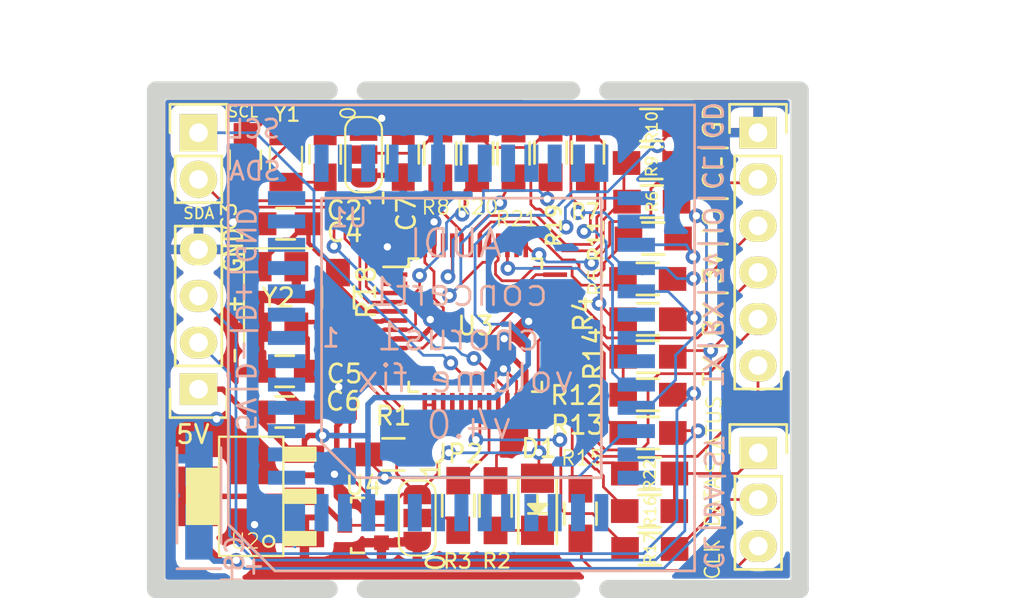
<source format=kicad_pcb>
(kicad_pcb (version 20200518) (host pcbnew "5.99.0-unknown-6083c08~88~ubuntu18.04.1")
  (layers (0 "F.Cu" signal) (31 "B.Cu" signal) (34 "B.Paste" user) (35 "F.Paste" user) (36 "B.SilkS" user) (37 "F.SilkS" user) (38 "B.Mask" user) (39 "F.Mask" user) (44 "Edge.Cuts" user))
  (net 0 "")
  (net 1 "GND")
  (net 2 "/OSC32IN")
  (net 3 "/OSC32OUT")
  (net 4 "/OSCIN")
  (net 5 "/OSCOUT")
  (net 6 "5V")
  (net 7 "3V3")
  (net 8 "/SDA_TO_TDA")
  (net 9 "/SCL_TO_TDA")
  (net 10 "Net-(CON2-Pad3)")
  (net 11 "Net-(CON2-Pad2)")
  (net 12 "/CLOCK_TO_PANEL")
  (net 13 "/DATA_TO_PANEL")
  (net 14 "/STATUS_TO_PANEL")
  (net 15 "/TX")
  (net 16 "/RX")
  (net 17 "/SWDIO")
  (net 18 "/SWDCLK")
  (net 19 "Net-(D1-Pad1)")
  (net 20 "/BOOT0")
  (net 21 "/BOOT1")
  (net 22 "Net-(R1-Pad2)")
  (net 23 "/GALA")
  (net 24 "Net-(R3-Pad1)")
  (net 25 "Net-(R4-Pad1)")
  (net 26 "/CLOCK_FROM_MCU")
  (net 27 "Net-(R5-Pad2)")
  (net 28 "/DATA_FROM_MCU")
  (net 29 "/SCL_FROM_MOTO")
  (net 30 "Net-(R6-Pad1)")
  (net 31 "Net-(R10-Pad1)")
  (net 32 "/SDA_FROM_MOTO")
  (net 33 "Net-(R8-Pad1)")
  (net 34 "/STATUS_FROM_MCU")
  (net 35 "/USB+")
  (net 36 "/USB-")
  (net 37 "Net-(R15-Pad2)")
  (net 38 "Net-(R16-Pad2)")
  (net 39 "Net-(R19-Pad2)")
  (net 40 "/RESET_KA")
  (net 41 "/RESET")
  (net 42 "Net-(R21-Pad2)")
  (net 43 "Net-(R22-Pad2)")
  (net 44 "Net-(R11-Pad1)")
  (net 45 "Net-(R17-Pad2)")
  (net 46 "/#STATUS_TO_PANEL")
  (net 47 "/#STATUS_FROM_MCU")
  (module "Resistors_SMD.pretty:R_0805_HandSoldering" (layer "F.Cu") (at 127.9868 95.6056 180)
    (fp_text reference "R17" (at -0.0216 0.0254 90) (layer "F.SilkS") (effects (font (size 0.6 0.6) (thickness 0.1))))
    (fp_text value "NP_1k")
    (pad "2" smd rect (at 1.35 0 180) (size 1.5 1.3) (layers "F.Cu" "F.Paste" "F.Mask") (net 45 "Net-(R17-Pad2)"))
    (pad "1" smd rect (at -1.35 0 180) (size 1.5 1.3) (layers "F.Cu" "F.Paste" "F.Mask") (net 14 "/STATUS_TO_PANEL"))
  )
  (module "modules:PLCC-52_mirrored" (layer "F.Cu") (at 117.724601 84.0994)
    (fp_text reference "U1" (at -6.117001 -6.5532) (layer "B.SilkS") (effects (justify mirror)))
    (fp_text value "68HC05_PLCC")
    (fp_text user "1" (at -7.112 0) (layer "B.SilkS") (effects (justify mirror)))
    (pad "1" smd rect (at -9.525 0) (size 2.032 0.762) (layers "B.Cu" "B.Paste" "B.Mask"))
    (pad "2" smd rect (at -9.525 1.27) (size 2.032 0.762) (layers "B.Cu" "B.Paste" "B.Mask"))
    (pad "3" smd rect (at -9.525 2.54) (size 2.032 0.762) (layers "B.Cu" "B.Paste" "B.Mask"))
    (pad "4" smd rect (at -9.525 3.81) (size 2.032 0.762) (layers "B.Cu" "B.Paste" "B.Mask"))
    (pad "5" smd rect (at -9.525 5.08) (size 2.032 0.762) (layers "B.Cu" "B.Paste" "B.Mask"))
    (pad "6" smd rect (at -9.525 6.35) (size 2.032 0.762) (layers "B.Cu" "B.Paste" "B.Mask"))
    (pad "7" smd rect (at -9.525 7.62) (size 2.032 0.762) (layers "B.Cu" "B.Paste" "B.Mask"))
    (pad "8" smd rect (at -7.62 9.525) (size 0.762 2.032) (layers "B.Cu" "B.Paste" "B.Mask"))
    (pad "9" smd rect (at -6.35 9.525) (size 0.762 2.032) (layers "B.Cu" "B.Paste" "B.Mask"))
    (pad "10" smd rect (at -5.08 9.525) (size 0.762 2.032) (layers "B.Cu" "B.Paste" "B.Mask") (net 6 "5V"))
    (pad "11" smd rect (at -3.81 9.525) (size 0.762 2.032) (layers "B.Cu" "B.Paste" "B.Mask"))
    (pad "12" smd rect (at -2.54 9.525) (size 0.762 2.032) (layers "B.Cu" "B.Paste" "B.Mask"))
    (pad "13" smd rect (at -1.27 9.525) (size 0.762 2.032) (layers "B.Cu" "B.Paste" "B.Mask"))
    (pad "14" smd rect (at 0 9.525) (size 0.762 2.032) (layers "B.Cu" "B.Paste" "B.Mask"))
    (pad "15" smd rect (at 1.27 9.525) (size 0.762 2.032) (layers "B.Cu" "B.Paste" "B.Mask"))
    (pad "16" smd rect (at 2.54 9.525) (size 0.762 2.032) (layers "B.Cu" "B.Paste" "B.Mask"))
    (pad "17" smd rect (at 3.81 9.525) (size 0.762 2.032) (layers "B.Cu" "B.Paste" "B.Mask"))
    (pad "18" smd rect (at 5.08 9.525) (size 0.762 2.032) (layers "B.Cu" "B.Paste" "B.Mask"))
    (pad "19" smd rect (at 6.35 9.525) (size 0.762 2.032) (layers "B.Cu" "B.Paste" "B.Mask"))
    (pad "20" smd rect (at 7.62 9.525) (size 0.762 2.032) (layers "B.Cu" "B.Paste" "B.Mask"))
    (pad "21" smd rect (at 9.525 7.62) (size 2.032 0.762) (layers "B.Cu" "B.Paste" "B.Mask"))
    (pad "22" smd rect (at 9.525 6.35) (size 2.032 0.762) (layers "B.Cu" "B.Paste" "B.Mask"))
    (pad "23" smd rect (at 9.525 5.08) (size 2.032 0.762) (layers "B.Cu" "B.Paste" "B.Mask") (net 23 "/GALA"))
    (pad "24" smd rect (at 9.525 3.81) (size 2.032 0.762) (layers "B.Cu" "B.Paste" "B.Mask") (net 29 "/SCL_FROM_MOTO"))
    (pad "25" smd rect (at 9.525 2.54) (size 2.032 0.762) (layers "B.Cu" "B.Paste" "B.Mask") (net 32 "/SDA_FROM_MOTO"))
    (pad "26" smd rect (at 9.525 1.27) (size 2.032 0.762) (layers "B.Cu" "B.Paste" "B.Mask"))
    (pad "27" smd rect (at 9.525 0) (size 2.032 0.762) (layers "B.Cu" "B.Paste" "B.Mask"))
    (pad "28" smd rect (at 9.525 -1.27) (size 2.032 0.762) (layers "B.Cu" "B.Paste" "B.Mask"))
    (pad "29" smd rect (at 9.525 -2.54) (size 2.032 0.762) (layers "B.Cu" "B.Paste" "B.Mask") (net 26 "/CLOCK_FROM_MCU"))
    (pad "30" smd rect (at 9.525 -3.81) (size 2.032 0.762) (layers "B.Cu" "B.Paste" "B.Mask") (net 28 "/DATA_FROM_MCU"))
    (pad "31" smd rect (at 9.525 -5.08) (size 2.032 0.762) (layers "B.Cu" "B.Paste" "B.Mask") (net 34 "/STATUS_FROM_MCU"))
    (pad "32" smd rect (at 9.525 -6.35) (size 2.032 0.762) (layers "B.Cu" "B.Paste" "B.Mask"))
    (pad "33" smd rect (at 9.525 -7.62) (size 2.032 0.762) (layers "B.Cu" "B.Paste" "B.Mask") (net 40 "/RESET_KA"))
    (pad "34" smd rect (at 7.62 -9.525) (size 0.762 2.032) (layers "B.Cu" "B.Paste" "B.Mask"))
    (pad "35" smd rect (at 6.35 -9.525) (size 0.762 2.032) (layers "B.Cu" "B.Paste" "B.Mask"))
    (pad "36" smd rect (at 5.08 -9.525) (size 0.762 2.032) (layers "B.Cu" "B.Paste" "B.Mask"))
    (pad "37" smd rect (at 3.81 -9.525) (size 0.762 2.032) (layers "B.Cu" "B.Paste" "B.Mask"))
    (pad "38" smd rect (at 2.54 -9.525) (size 0.762 2.032) (layers "B.Cu" "B.Paste" "B.Mask"))
    (pad "39" smd rect (at 1.27 -9.525) (size 0.762 2.032) (layers "B.Cu" "B.Paste" "B.Mask"))
    (pad "40" smd rect (at 0 -9.525) (size 0.762 2.032) (layers "B.Cu" "B.Paste" "B.Mask"))
    (pad "41" smd rect (at -1.27 -9.525) (size 0.762 2.032) (layers "B.Cu" "B.Paste" "B.Mask") (net 1 "GND"))
    (pad "42" smd rect (at -2.54 -9.525) (size 0.762 2.032) (layers "B.Cu" "B.Paste" "B.Mask"))
    (pad "43" smd rect (at -3.81 -9.525) (size 0.762 2.032) (layers "B.Cu" "B.Paste" "B.Mask"))
    (pad "44" smd rect (at -5.08 -9.525) (size 0.762 2.032) (layers "B.Cu" "B.Paste" "B.Mask"))
    (pad "45" smd rect (at -6.35 -9.525) (size 0.762 2.032) (layers "B.Cu" "B.Paste" "B.Mask"))
    (pad "46" smd rect (at -7.62 -9.525) (size 0.762 2.032) (layers "B.Cu" "B.Paste" "B.Mask"))
    (pad "47" smd rect (at -9.525 -7.62) (size 2.032 0.762) (layers "B.Cu" "B.Paste" "B.Mask"))
    (pad "48" smd rect (at -9.525 -6.35) (size 2.032 0.762) (layers "B.Cu" "B.Paste" "B.Mask"))
    (pad "49" smd rect (at -9.525 -5.08) (size 2.032 0.762) (layers "B.Cu" "B.Paste" "B.Mask"))
    (pad "50" smd rect (at -9.525 -3.81) (size 2.032 0.762) (layers "B.Cu" "B.Paste" "B.Mask"))
    (pad "51" smd rect (at -9.525 -2.54) (size 2.032 0.762) (layers "B.Cu" "B.Paste" "B.Mask"))
    (pad "52" smd rect (at -9.525 -1.27) (size 2.032 0.762) (layers "B.Cu" "B.Paste" "B.Mask"))
  )
  (module "Resistors_SMD.pretty:R_0805_HandSoldering" (layer "F.Cu") (at 118.5799 74.041 -90)
    (fp_text reference "R20" (at 2.921 -0.0127) (layer "F.SilkS") (effects (font (size 0.8 0.8) (thickness 0.1))))
    (fp_text value "NP_1k")
    (pad "2" smd rect (at 1.35 0 270) (size 1.5 1.3) (layers "F.Cu" "F.Paste" "F.Mask") (net 41 "/RESET"))
    (pad "1" smd rect (at -1.35 0 270) (size 1.5 1.3) (layers "F.Cu" "F.Paste" "F.Mask") (net 40 "/RESET_KA"))
  )
  (module "TO_SOT_Packages_SMD.pretty:SOT-23" (layer "F.Cu") (at 112.3696 94.31528 90)
    (fp_text reference "U4" (at 2.16408 0.0127 180) (layer "F.SilkS"))
    (fp_text value "MAX809")
    (pad "1" smd rect (at -0.95 1.00076 90) (size 0.8001 0.8001) (layers "F.Cu" "F.Paste" "F.Mask") (net 1 "GND"))
    (pad "2" smd rect (at 0.95 1.00076 90) (size 0.8001 0.8001) (layers "F.Cu" "F.Paste" "F.Mask") (net 41 "/RESET"))
    (pad "3" smd rect (at 0 -0.99822 90) (size 0.8001 0.8001) (layers "F.Cu" "F.Paste" "F.Mask") (net 7 "3V3"))
  )
  (module "Resistors_SMD.pretty:R_0805_HandSoldering" (layer "F.Cu") (at 124.6124 73.9902 -90)
    (fp_text reference "R7" (at 3.21564 0.13462 180) (layer "F.SilkS") (effects (font (size 0.8 0.8))))
    (fp_text value "1k")
    (pad "2" smd rect (at 1.35 0 270) (size 1.5 1.3) (layers "F.Cu" "F.Paste" "F.Mask") (net 32 "/SDA_FROM_MOTO"))
    (pad "1" smd rect (at -1.35 0 270) (size 1.5 1.3) (layers "F.Cu" "F.Paste" "F.Mask") (net 31 "Net-(R10-Pad1)"))
  )
  (module "Pin_Headers.pretty:Pin_Header_Straight_1x06" (layer "F.Cu") (at 133.87832 72.9107)
    (fp_text reference "CON4" hide)
    (fp_text value "JLINK")
    (pad "6" thru_hole oval (at 0 12.7) (size 2.032 1.7272) (drill 1.016) (layers *.Cu *.Mask "F.SilkS") (net 15 "/TX"))
    (pad "5" thru_hole oval (at 0 10.16) (size 2.032 1.7272) (drill 1.016) (layers *.Cu *.Mask "F.SilkS") (net 16 "/RX"))
    (pad "4" thru_hole oval (at 0 7.62) (size 2.032 1.7272) (drill 1.016) (layers *.Cu *.Mask "F.SilkS") (net 7 "3V3"))
    (pad "3" thru_hole oval (at 0 5.08) (size 2.032 1.7272) (drill 1.016) (layers *.Cu *.Mask "F.SilkS") (net 17 "/SWDIO"))
    (pad "2" thru_hole oval (at 0 2.54) (size 2.032 1.7272) (drill 1.016) (layers *.Cu *.Mask "F.SilkS") (net 18 "/SWDCLK"))
    (pad "1" thru_hole rect (at 0 0) (size 2.032 1.7272) (drill 1.016) (layers *.Cu *.Mask "F.SilkS") (net 1 "GND"))
  )
  (module "Resistors_SMD.pretty:R_0805_HandSoldering" (layer "F.Cu") (at 127.969 93.53804 180)
    (fp_text reference "R16" (at -0.0508 -0.0254 90) (layer "F.SilkS") (effects (font (size 0.6 0.6) (thickness 0.1))))
    (fp_text value "NP_1k")
    (pad "2" smd rect (at 1.35 0 180) (size 1.5 1.3) (layers "F.Cu" "F.Paste" "F.Mask") (net 38 "Net-(R16-Pad2)"))
    (pad "1" smd rect (at -1.35 0 180) (size 1.5 1.3) (layers "F.Cu" "F.Paste" "F.Mask") (net 13 "/DATA_TO_PANEL"))
  )
  (module "Resistors_SMD.pretty:R_0805_HandSoldering" (layer "F.Cu") (at 127.9741 91.4908 180)
    (fp_text reference "R22" (at -0.0127 -0.0635 90) (layer "F.SilkS") (effects (font (size 0.6 0.6) (thickness 0.1))))
    (fp_text value "NP_10k")
    (pad "1" smd rect (at -1.35 0 180) (size 1.5 1.3) (layers "F.Cu" "F.Paste" "F.Mask") (net 13 "/DATA_TO_PANEL"))
    (pad "2" smd rect (at 1.35 0 180) (size 1.5 1.3) (layers "F.Cu" "F.Paste" "F.Mask") (net 43 "Net-(R22-Pad2)"))
  )
  (module "Resistors_SMD.pretty:R_0805_HandSoldering" (layer "F.Cu") (at 119.5832 93.2434 -90)
    (fp_text reference "R2" (at 3.0099 -0.0635) (layer "F.SilkS") (effects (font (size 0.8 0.8) (thickness 0.125))))
    (fp_text value "10k")
    (pad "2" smd rect (at 1.35 0 270) (size 1.5 1.3) (layers "F.Cu" "F.Paste" "F.Mask") (net 19 "Net-(D1-Pad1)"))
    (pad "1" smd rect (at -1.35 0 270) (size 1.5 1.3) (layers "F.Cu" "F.Paste" "F.Mask") (net 1 "GND"))
  )
  (module "Resistors_SMD.pretty:R_0805_HandSoldering" (layer "F.Cu") (at 117.5512 93.2307 -90)
    (fp_text reference "R3" (at 3.0353 0.0381) (layer "F.SilkS") (effects (font (size 0.8 0.8) (thickness 0.125))))
    (fp_text value "10k")
    (pad "2" smd rect (at 1.35 0 270) (size 1.5 1.3) (layers "F.Cu" "F.Paste" "F.Mask") (net 21 "/BOOT1"))
    (pad "1" smd rect (at -1.35 0 270) (size 1.5 1.3) (layers "F.Cu" "F.Paste" "F.Mask") (net 24 "Net-(R3-Pad1)"))
  )
  (module "Resistors_SMD.pretty:R_0805_HandSoldering" (layer "F.Cu") (at 128.0668 74.5617 180)
    (fp_text reference "R9" (at -0.01652 -0.18288 270) (layer "F.SilkS") (effects (font (size 0.6 0.6) (thickness 0.1))))
    (fp_text value "47k")
    (pad "2" smd rect (at 1.35 0 180) (size 1.5 1.3) (layers "F.Cu" "F.Paste" "F.Mask") (net 30 "Net-(R6-Pad1)"))
    (pad "1" smd rect (at -1.35 0 180) (size 1.5 1.3) (layers "F.Cu" "F.Paste" "F.Mask") (net 6 "5V"))
  )
  (module "Resistors_SMD.pretty:R_0805_HandSoldering" (layer "F.Cu") (at 128.0668 72.4916)
    (fp_text reference "R10" (at 0.03176 0.11176 90) (layer "F.SilkS") (effects (font (size 0.6 0.6) (thickness 0.1))))
    (fp_text value "47k")
    (pad "1" smd rect (at -1.35 0) (size 1.5 1.3) (layers "F.Cu" "F.Paste" "F.Mask") (net 31 "Net-(R10-Pad1)"))
    (pad "2" smd rect (at 1.35 0) (size 1.5 1.3) (layers "F.Cu" "F.Paste" "F.Mask") (net 6 "5V"))
  )
  (module "Resistors_SMD.pretty:R_0805_HandSoldering" (layer "F.Cu") (at 127.8852 83.0834)
    (fp_text reference "R4" (at -3.52934 -0.28448 90) (layer "F.SilkS"))
    (fp_text value "1k")
    (pad "1" smd rect (at -1.35 0) (size 1.5 1.3) (layers "F.Cu" "F.Paste" "F.Mask") (net 25 "Net-(R4-Pad1)"))
    (pad "2" smd rect (at 1.35 0) (size 1.5 1.3) (layers "F.Cu" "F.Paste" "F.Mask") (net 26 "/CLOCK_FROM_MCU"))
  )
  (module "Resistors_SMD.pretty:R_0805_HandSoldering" (layer "F.Cu") (at 127.87376 80.88376 180)
    (fp_text reference "R5" (at 2.81686 -0.15748 90) (layer "F.SilkS") (effects (font (size 0.8 0.8) (thickness 0.1))))
    (fp_text value "1k")
    (pad "2" smd rect (at 1.35 0 180) (size 1.5 1.3) (layers "F.Cu" "F.Paste" "F.Mask") (net 27 "Net-(R5-Pad2)"))
    (pad "1" smd rect (at -1.35 0 180) (size 1.5 1.3) (layers "F.Cu" "F.Paste" "F.Mask") (net 28 "/DATA_FROM_MCU"))
  )
  (module "Resistors_SMD.pretty:R_0805_HandSoldering" (layer "F.Cu") (at 128.0922 76.6699)
    (fp_text reference "R6" (at 0.0254 0 90) (layer "F.SilkS") (effects (font (size 0.6 0.6) (thickness 0.1))))
    (fp_text value "1k")
    (pad "2" smd rect (at 1.35 0) (size 1.5 1.3) (layers "F.Cu" "F.Paste" "F.Mask") (net 29 "/SCL_FROM_MOTO"))
    (pad "1" smd rect (at -1.35 0) (size 1.5 1.3) (layers "F.Cu" "F.Paste" "F.Mask") (net 30 "Net-(R6-Pad1)"))
  )
  (module "Resistors_SMD.pretty:R_0805_HandSoldering" (layer "F.Cu") (at 127.88646 87.19566)
    (fp_text reference "R12" (at -3.86842 0.03302 180) (layer "F.SilkS"))
    (fp_text value "20")
    (pad "1" smd rect (at -1.35 0) (size 1.5 1.3) (layers "F.Cu" "F.Paste" "F.Mask") (net 35 "/USB+"))
    (pad "2" smd rect (at 1.35 0) (size 1.5 1.3) (layers "F.Cu" "F.Paste" "F.Mask") (net 10 "Net-(CON2-Pad3)"))
  )
  (module "Resistors_SMD.pretty:R_0805_HandSoldering" (layer "F.Cu") (at 127.889 89.281 180)
    (fp_text reference "R13" (at 3.84048 0.42926) (layer "F.SilkS"))
    (fp_text value "20")
    (pad "2" smd rect (at 1.35 0 180) (size 1.5 1.3) (layers "F.Cu" "F.Paste" "F.Mask") (net 36 "/USB-"))
    (pad "1" smd rect (at -1.35 0 180) (size 1.5 1.3) (layers "F.Cu" "F.Paste" "F.Mask") (net 11 "Net-(CON2-Pad2)"))
  )
  (module "Resistors_SMD.pretty:R_0805_HandSoldering" (layer "F.Cu") (at 124.206 93.6752 90)
    (fp_text reference "R15" (at 3.0353 0.1016 180) (layer "F.SilkS") (effects (font (size 0.8 0.8) (thickness 0.1))))
    (fp_text value "NP_1k")
    (pad "2" smd rect (at 1.35 0 90) (size 1.5 1.3) (layers "F.Cu" "F.Paste" "F.Mask") (net 37 "Net-(R15-Pad2)"))
    (pad "1" smd rect (at -1.35 0 90) (size 1.5 1.3) (layers "F.Cu" "F.Paste" "F.Mask") (net 12 "/CLOCK_TO_PANEL"))
  )
  (module "Resistors_SMD.pretty:R_0805_HandSoldering" (layer "F.Cu") (at 110.998 81.8858 90)
    (fp_text reference "R18" (at 0.2756 1.5494 90) (layer "F.SilkS"))
    (fp_text value "1M")
    (pad "2" smd rect (at 1.35 0 90) (size 1.5 1.3) (layers "F.Cu" "F.Paste" "F.Mask") (net 4 "/OSCIN"))
    (pad "1" smd rect (at -1.35 0 90) (size 1.5 1.3) (layers "F.Cu" "F.Paste" "F.Mask") (net 5 "/OSCOUT"))
  )
  (module "Resistors_SMD.pretty:R_0805_HandSoldering" (layer "F.Cu") (at 122.5804 73.9902 -90)
    (fp_text reference "R19" (at 3.98018 -0.18796 90) (layer "F.SilkS") (effects (font (size 0.8 0.8))))
    (fp_text value "1k")
    (pad "2" smd rect (at 1.35 0 270) (size 1.5 1.3) (layers "F.Cu" "F.Paste" "F.Mask") (net 39 "Net-(R19-Pad2)"))
    (pad "1" smd rect (at -1.35 0 270) (size 1.5 1.3) (layers "F.Cu" "F.Paste" "F.Mask") (net 40 "/RESET_KA"))
  )
  (module "Resistors_SMD.pretty:R_0805_HandSoldering" (layer "F.Cu") (at 116.5733 74.041 90)
    (fp_text reference "R8" (at -2.93116 -0.24384) (layer "F.SilkS") (effects (font (size 0.8 0.8) (thickness 0.1))))
    (fp_text value "10k")
    (pad "1" smd rect (at -1.35 0 90) (size 1.5 1.3) (layers "F.Cu" "F.Paste" "F.Mask") (net 33 "Net-(R8-Pad1)"))
    (pad "2" smd rect (at 1.35 0 90) (size 1.5 1.3) (layers "F.Cu" "F.Paste" "F.Mask") (net 20 "/BOOT0"))
  )
  (module "Resistors_SMD.pretty:R_0805_HandSoldering" (layer "F.Cu") (at 127.8852 85.12302 180)
    (fp_text reference "R14" (at 2.97054 0.14986 90) (layer "F.SilkS"))
    (fp_text value "1k5")
    (pad "1" smd rect (at -1.35 0 180) (size 1.5 1.3) (layers "F.Cu" "F.Paste" "F.Mask") (net 7 "3V3"))
    (pad "2" smd rect (at 1.35 0 180) (size 1.5 1.3) (layers "F.Cu" "F.Paste" "F.Mask") (net 35 "/USB+"))
  )
  (module "Resistors_SMD.pretty:R_0805_HandSoldering" (layer "F.Cu") (at 114.0206 90.4494)
    (fp_text reference "R1" (at 0 -2.1) (layer "F.SilkS"))
    (fp_text value "1k_GALA")
    (pad "1" smd rect (at -1.35 0) (size 1.5 1.3) (layers "F.Cu" "F.Paste" "F.Mask") (net 23 "/GALA"))
    (pad "2" smd rect (at 1.35 0) (size 1.5 1.3) (layers "F.Cu" "F.Paste" "F.Mask") (net 22 "Net-(R1-Pad2)"))
  )
  (module "Resistors_SMD.pretty:R_0805_HandSoldering" (layer "F.Cu") (at 120.5611 74.041 -90)
    (fp_text reference "R21" (at 3.5687 -0.1778 180) (layer "F.SilkS") (effects (font (size 0.8 0.8) (thickness 0.1))))
    (fp_text value "NP_10k")
    (pad "2" smd rect (at 1.35 0 270) (size 1.5 1.3) (layers "F.Cu" "F.Paste" "F.Mask") (net 42 "Net-(R21-Pad2)"))
    (pad "1" smd rect (at -1.35 0 270) (size 1.5 1.3) (layers "F.Cu" "F.Paste" "F.Mask") (net 28 "/DATA_FROM_MCU"))
  )
  (module "Resistors_SMD.pretty:R_0805_HandSoldering" (layer "F.Cu") (at 128.17348 78.67904)
    (fp_text reference "R11" (at -3.11404 0.09906 90) (layer "F.SilkS") (effects (font (size 0.8 0.8))))
    (fp_text value "1k")
    (pad "2" smd rect (at 1.35 0) (size 1.5 1.3) (layers "F.Cu" "F.Paste" "F.Mask") (net 34 "/STATUS_FROM_MCU"))
    (pad "1" smd rect (at -1.35 0) (size 1.5 1.3) (layers "F.Cu" "F.Paste" "F.Mask") (net 44 "Net-(R11-Pad1)"))
  )
  (module "Housings_QFP:LQFP-48_7x7mm_Pitch0.5mm" (layer "F.Cu") (at 118.4783 83.4009)
    (fp_text reference "U3" (at 0.0127 0.0381) (layer "F.SilkS"))
    (fp_text value "STM32F103C8Tx")
    (pad "1" smd rect (at -4.35 -2.75) (size 1.3 0.25) (layers "F.Cu" "F.Paste" "F.Mask"))
    (pad "2" smd rect (at -4.35 -2.25) (size 1.3 0.25) (layers "F.Cu" "F.Paste" "F.Mask"))
    (pad "3" smd rect (at -4.35 -1.75) (size 1.3 0.25) (layers "F.Cu" "F.Paste" "F.Mask") (net 2 "/OSC32IN"))
    (pad "4" smd rect (at -4.35 -1.25) (size 1.3 0.25) (layers "F.Cu" "F.Paste" "F.Mask") (net 3 "/OSC32OUT"))
    (pad "5" smd rect (at -4.35 -0.75) (size 1.3 0.25) (layers "F.Cu" "F.Paste" "F.Mask") (net 4 "/OSCIN"))
    (pad "6" smd rect (at -4.35 -0.25) (size 1.3 0.25) (layers "F.Cu" "F.Paste" "F.Mask") (net 5 "/OSCOUT"))
    (pad "7" smd rect (at -4.35 0.25) (size 1.3 0.25) (layers "F.Cu" "F.Paste" "F.Mask") (net 41 "/RESET"))
    (pad "8" smd rect (at -4.35 0.75) (size 1.3 0.25) (layers "F.Cu" "F.Paste" "F.Mask") (net 1 "GND"))
    (pad "9" smd rect (at -4.35 1.25) (size 1.3 0.25) (layers "F.Cu" "F.Paste" "F.Mask") (net 7 "3V3"))
    (pad "10" smd rect (at -4.35 1.75) (size 1.3 0.25) (layers "F.Cu" "F.Paste" "F.Mask") (net 22 "Net-(R1-Pad2)"))
    (pad "11" smd rect (at -4.35 2.25) (size 1.3 0.25) (layers "F.Cu" "F.Paste" "F.Mask"))
    (pad "12" smd rect (at -4.35 2.75) (size 1.3 0.25) (layers "F.Cu" "F.Paste" "F.Mask"))
    (pad "13" smd rect (at -2.75 4.35 90) (size 1.3 0.25) (layers "F.Cu" "F.Paste" "F.Mask") (net 47 "/#STATUS_FROM_MCU"))
    (pad "14" smd rect (at -2.25 4.35 90) (size 1.3 0.25) (layers "F.Cu" "F.Paste" "F.Mask") (net 47 "/#STATUS_FROM_MCU"))
    (pad "15" smd rect (at -1.75 4.35 90) (size 1.3 0.25) (layers "F.Cu" "F.Paste" "F.Mask"))
    (pad "16" smd rect (at -1.25 4.35 90) (size 1.3 0.25) (layers "F.Cu" "F.Paste" "F.Mask"))
    (pad "17" smd rect (at -0.75 4.35 90) (size 1.3 0.25) (layers "F.Cu" "F.Paste" "F.Mask"))
    (pad "18" smd rect (at -0.25 4.35 90) (size 1.3 0.25) (layers "F.Cu" "F.Paste" "F.Mask"))
    (pad "19" smd rect (at 0.25 4.35 90) (size 1.3 0.25) (layers "F.Cu" "F.Paste" "F.Mask") (net 45 "Net-(R17-Pad2)"))
    (pad "20" smd rect (at 0.75 4.35 90) (size 1.3 0.25) (layers "F.Cu" "F.Paste" "F.Mask") (net 24 "Net-(R3-Pad1)"))
    (pad "21" smd rect (at 1.25 4.35 90) (size 1.3 0.25) (layers "F.Cu" "F.Paste" "F.Mask") (net 9 "/SCL_TO_TDA"))
    (pad "22" smd rect (at 1.75 4.35 90) (size 1.3 0.25) (layers "F.Cu" "F.Paste" "F.Mask") (net 8 "/SDA_TO_TDA"))
    (pad "23" smd rect (at 2.25 4.35 90) (size 1.3 0.25) (layers "F.Cu" "F.Paste" "F.Mask") (net 1 "GND"))
    (pad "24" smd rect (at 2.75 4.35 90) (size 1.3 0.25) (layers "F.Cu" "F.Paste" "F.Mask") (net 7 "3V3"))
    (pad "25" smd rect (at 4.35 2.75) (size 1.3 0.25) (layers "F.Cu" "F.Paste" "F.Mask") (net 46 "/#STATUS_TO_PANEL"))
    (pad "26" smd rect (at 4.35 2.25) (size 1.3 0.25) (layers "F.Cu" "F.Paste" "F.Mask") (net 37 "Net-(R15-Pad2)"))
    (pad "27" smd rect (at 4.35 1.75) (size 1.3 0.25) (layers "F.Cu" "F.Paste" "F.Mask") (net 38 "Net-(R16-Pad2)"))
    (pad "28" smd rect (at 4.35 1.25) (size 1.3 0.25) (layers "F.Cu" "F.Paste" "F.Mask") (net 43 "Net-(R22-Pad2)"))
    (pad "29" smd rect (at 4.35 0.75) (size 1.3 0.25) (layers "F.Cu" "F.Paste" "F.Mask") (net 46 "/#STATUS_TO_PANEL"))
    (pad "30" smd rect (at 4.35 0.25) (size 1.3 0.25) (layers "F.Cu" "F.Paste" "F.Mask") (net 15 "/TX"))
    (pad "31" smd rect (at 4.35 -0.25) (size 1.3 0.25) (layers "F.Cu" "F.Paste" "F.Mask") (net 16 "/RX"))
    (pad "32" smd rect (at 4.35 -0.75) (size 1.3 0.25) (layers "F.Cu" "F.Paste" "F.Mask") (net 36 "/USB-"))
    (pad "33" smd rect (at 4.35 -1.25) (size 1.3 0.25) (layers "F.Cu" "F.Paste" "F.Mask") (net 35 "/USB+"))
    (pad "34" smd rect (at 4.35 -1.75) (size 1.3 0.25) (layers "F.Cu" "F.Paste" "F.Mask") (net 17 "/SWDIO"))
    (pad "35" smd rect (at 4.35 -2.25) (size 1.3 0.25) (layers "F.Cu" "F.Paste" "F.Mask") (net 1 "GND"))
    (pad "36" smd rect (at 4.35 -2.75) (size 1.3 0.25) (layers "F.Cu" "F.Paste" "F.Mask") (net 7 "3V3"))
    (pad "37" smd rect (at 2.75 -4.35 90) (size 1.3 0.25) (layers "F.Cu" "F.Paste" "F.Mask") (net 18 "/SWDCLK"))
    (pad "38" smd rect (at 2.25 -4.35 90) (size 1.3 0.25) (layers "F.Cu" "F.Paste" "F.Mask") (net 44 "Net-(R11-Pad1)"))
    (pad "39" smd rect (at 1.75 -4.35 90) (size 1.3 0.25) (layers "F.Cu" "F.Paste" "F.Mask") (net 25 "Net-(R4-Pad1)"))
    (pad "40" smd rect (at 1.25 -4.35 90) (size 1.3 0.25) (layers "F.Cu" "F.Paste" "F.Mask") (net 27 "Net-(R5-Pad2)"))
    (pad "41" smd rect (at 0.75 -4.35 90) (size 1.3 0.25) (layers "F.Cu" "F.Paste" "F.Mask") (net 42 "Net-(R21-Pad2)"))
    (pad "42" smd rect (at 0.25 -4.35 90) (size 1.3 0.25) (layers "F.Cu" "F.Paste" "F.Mask") (net 30 "Net-(R6-Pad1)"))
    (pad "43" smd rect (at -0.25 -4.35 90) (size 1.3 0.25) (layers "F.Cu" "F.Paste" "F.Mask") (net 31 "Net-(R10-Pad1)"))
    (pad "44" smd rect (at -0.75 -4.35 90) (size 1.3 0.25) (layers "F.Cu" "F.Paste" "F.Mask") (net 33 "Net-(R8-Pad1)"))
    (pad "45" smd rect (at -1.25 -4.35 90) (size 1.3 0.25) (layers "F.Cu" "F.Paste" "F.Mask") (net 39 "Net-(R19-Pad2)"))
    (pad "46" smd rect (at -1.75 -4.35 90) (size 1.3 0.25) (layers "F.Cu" "F.Paste" "F.Mask"))
    (pad "47" smd rect (at -2.25 -4.35 90) (size 1.3 0.25) (layers "F.Cu" "F.Paste" "F.Mask") (net 1 "GND"))
    (pad "48" smd rect (at -2.75 -4.35 90) (size 1.3 0.25) (layers "F.Cu" "F.Paste" "F.Mask") (net 7 "3V3"))
  )
  (module "Capacitors_SMD.pretty:C_0805_HandSoldering" (layer "F.Cu") (at 110.2995 74.0918 90)
    (fp_text reference "C2" (at -3.0607 1.0541 180) (layer "F.SilkS"))
    (fp_text value "NP_22p")
    (pad "2" smd rect (at 1.25 0 90) (size 1.5 1.25) (layers "F.Cu" "F.Paste" "F.Mask") (net 1 "GND"))
    (pad "1" smd rect (at -1.25 0 90) (size 1.5 1.25) (layers "F.Cu" "F.Paste" "F.Mask") (net 2 "/OSC32IN"))
  )
  (module "Capacitors_SMD.pretty:C_0805_HandSoldering" (layer "F.Cu") (at 105.9434 74.3839 -90)
    (fp_text reference "C3" (at 3.10642 0.87884 90) (layer "F.SilkS") (effects (font (size 0.8 0.8) (thickness 0.125))))
    (fp_text value "NP_22p")
    (pad "1" smd rect (at -1.25 0 270) (size 1.5 1.25) (layers "F.Cu" "F.Paste" "F.Mask") (net 1 "GND"))
    (pad "2" smd rect (at 1.25 0 270) (size 1.5 1.25) (layers "F.Cu" "F.Paste" "F.Mask") (net 3 "/OSC32OUT"))
  )
  (module "Capacitors_SMD.pretty:C_0805_HandSoldering" (layer "F.Cu") (at 108.1459 77.8764 180)
    (fp_text reference "C4" (at -3.2077 -0.4826 180) (layer "F.SilkS"))
    (fp_text value "22p")
    (pad "1" smd rect (at -1.25 0 180) (size 1.5 1.25) (layers "F.Cu" "F.Paste" "F.Mask") (net 4 "/OSCIN"))
    (pad "2" smd rect (at 1.25 0 180) (size 1.5 1.25) (layers "F.Cu" "F.Paste" "F.Mask") (net 1 "GND"))
  )
  (module "Capacitors_SMD.pretty:C_0805_HandSoldering" (layer "F.Cu") (at 108.097 85.9155)
    (fp_text reference "C5" (at 3.2566 0.1397) (layer "F.SilkS"))
    (fp_text value "22p")
    (pad "2" smd rect (at 1.25 0) (size 1.5 1.25) (layers "F.Cu" "F.Paste" "F.Mask") (net 5 "/OSCOUT"))
    (pad "1" smd rect (at -1.25 0) (size 1.5 1.25) (layers "F.Cu" "F.Paste" "F.Mask") (net 1 "GND"))
  )
  (module "Capacitors_SMD.pretty:C_0805_HandSoldering" (layer "F.Cu") (at 108.1024 88.138)
    (fp_text reference "C6" (at 3.2131 -0.59182 -180) (layer "F.SilkS"))
    (fp_text value "100n")
    (pad "1" smd rect (at -1.25 0) (size 1.5 1.25) (layers "F.Cu" "F.Paste" "F.Mask") (net 6 "5V"))
    (pad "2" smd rect (at 1.25 0) (size 1.5 1.25) (layers "F.Cu" "F.Paste" "F.Mask") (net 1 "GND"))
  )
  (module "Capacitors_SMD.pretty:C_0805_HandSoldering" (layer "F.Cu") (at 114.554 74.0791 90)
    (fp_text reference "C7" (at -3.2385 0.1651 90) (layer "F.SilkS"))
    (fp_text value "100n")
    (pad "2" smd rect (at 1.25 0 90) (size 1.5 1.25) (layers "F.Cu" "F.Paste" "F.Mask") (net 1 "GND"))
    (pad "1" smd rect (at -1.25 0 90) (size 1.5 1.25) (layers "F.Cu" "F.Paste" "F.Mask") (net 7 "3V3"))
  )
  (module "Jumper:SolderJumper-3_P1.3mm_Open_RoundedPad1.0x1.5mm_NumberLabels" (layer "F.Cu") (at 112.395 74.1045 -90)
    (fp_text reference "JP1" hide)
    (fp_text value "SolderJumper_3_Open" hide)
    (fp_text user "1" (at 2.3576 -0.6096 -90) (layer "F.SilkS"))
    (fp_text user "0" (at -2.2606 0.8382 90) (layer "F.SilkS") (effects (font (size 0.8 0.8) (thickness 0.1))))
    (pad "3" smd rect (at 1 0 270) (size 0.5 1.5) (layers "F.Cu" "F.Mask") (net 7 "3V3"))
    (pad "3" smd roundrect (at 1.3 0 270) (size 1 1.5) (layers "F.Cu" "F.Mask") (roundrect_rratio 0.5) (net 7 "3V3"))
    (pad "2" smd rect (at 0 0 270) (size 1 1.5) (layers "F.Cu" "F.Mask") (net 20 "/BOOT0"))
    (pad "1" smd rect (at -1 0 270) (size 0.5 1.5) (layers "F.Cu" "F.Mask") (net 1 "GND"))
    (pad "1" smd roundrect (at -1.3 0 270) (size 1 1.5) (layers "F.Cu" "F.Mask") (roundrect_rratio 0.5) (net 1 "GND"))
  )
  (module "Jumper:SolderJumper-3_P1.3mm_Open_RoundedPad1.0x1.5mm_NumberLabels" (layer "F.Cu") (at 115.316 93.9165 90)
    (fp_text reference "JP2" (at 3.5052 2.2479 180) (layer "F.SilkS"))
    (fp_text value "SolderJumper_3_Open" hide)
    (fp_text user "0" (at -2.42824 1.01854 90) (layer "F.SilkS"))
    (fp_text user "1" (at 2.63144 0.74168 90) (layer "F.SilkS"))
    (pad "1" smd roundrect (at -1.3 0 90) (size 1 1.5) (layers "F.Cu" "F.Mask") (roundrect_rratio 0.5) (net 1 "GND"))
    (pad "1" smd rect (at -1 0 90) (size 0.5 1.5) (layers "F.Cu" "F.Mask") (net 1 "GND"))
    (pad "2" smd rect (at 0 0 90) (size 1 1.5) (layers "F.Cu" "F.Mask") (net 21 "/BOOT1"))
    (pad "3" smd roundrect (at 1.3 0 90) (size 1 1.5) (layers "F.Cu" "F.Mask") (roundrect_rratio 0.5) (net 7 "3V3"))
    (pad "3" smd rect (at 1 0 90) (size 0.5 1.5) (layers "F.Cu" "F.Mask") (net 7 "3V3"))
  )
  (module "Pin_Headers.pretty:Pin_Header_Straight_1x03" (layer "F.Cu") (at 133.89356 90.36812)
    (fp_text reference "CON3" hide)
    (fp_text value "NP_SPI_TO_PANEL")
    (pad "3" thru_hole oval (at 0 5.08) (size 2.032 1.7272) (drill 1.016) (layers *.Cu *.Mask "F.SilkS") (net 12 "/CLOCK_TO_PANEL"))
    (pad "2" thru_hole oval (at 0 2.54) (size 2.032 1.7272) (drill 1.016) (layers *.Cu *.Mask "F.SilkS") (net 14 "/STATUS_TO_PANEL"))
    (pad "1" thru_hole rect (at 0 0) (size 2.032 1.7272) (drill 1.016) (layers *.Cu *.Mask "F.SilkS") (net 13 "/DATA_TO_PANEL"))
  )
  (module "Pin_Headers.pretty:Pin_Header_Straight_1x04" (layer "F.Cu") (at 103.4034 86.8934 180)
    (fp_text reference "CON2" hide)
    (fp_text value "USB")
    (pad "1" thru_hole rect (at 0 0 180) (size 2.032 1.7272) (drill 1.016) (layers *.Cu *.Mask "F.SilkS") (net 6 "5V"))
    (pad "2" thru_hole oval (at 0 2.54 180) (size 2.032 1.7272) (drill 1.016) (layers *.Cu *.Mask "F.SilkS") (net 11 "Net-(CON2-Pad2)"))
    (pad "3" thru_hole oval (at 0 5.08 180) (size 2.032 1.7272) (drill 1.016) (layers *.Cu *.Mask "F.SilkS") (net 10 "Net-(CON2-Pad3)"))
    (pad "4" thru_hole oval (at 0 7.62 180) (size 2.032 1.7272) (drill 1.016) (layers *.Cu *.Mask "F.SilkS") (net 1 "GND"))
  )
  (module "Crystals:Crystal_SMD_5032-4pin_5.0x3.2mm" (layer "F.Cu") (at 107.7308 81.8652 -90)
    (fp_text reference "Y2" (at 0.0371 -0.01854) (layer "F.SilkS"))
    (fp_text value "8MHz")
    (pad "4" smd rect (at -1.65 -1 270) (size 1.6 1.3) (layers "F.Cu" "F.Paste" "F.Mask") (net 1 "GND"))
    (pad "3" smd rect (at 1.65 -1 270) (size 1.6 1.3) (layers "F.Cu" "F.Paste" "F.Mask") (net 5 "/OSCOUT"))
    (pad "2" smd rect (at 1.65 1 270) (size 1.6 1.3) (layers "F.Cu" "F.Paste" "F.Mask") (net 1 "GND"))
    (pad "1" smd rect (at -1.65 1 270) (size 1.6 1.3) (layers "F.Cu" "F.Paste" "F.Mask") (net 4 "/OSCIN"))
  )
  (module "Crystals:Crystal_SMD_3215-2pin_3.2x1.5mm" (layer "F.Cu") (at 108.1659 74.3458 -90)
    (fp_text reference "Y1" (at -2.4511 -0.0635) (layer "F.SilkS") (effects (font (size 0.8 0.8) (thickness 0.125))))
    (fp_text value "NP_32.768kHz")
    (pad "2" smd rect (at -1.25 0 270) (size 1 1.8) (layers "F.Cu" "F.Paste" "F.Mask") (net 3 "/OSC32OUT"))
    (pad "1" smd rect (at 1.25 0 270) (size 1 1.8) (layers "F.Cu" "F.Paste" "F.Mask") (net 2 "/OSC32IN"))
  )
  (module "LEDs.pretty:LED-1206" (layer "F.Cu") (at 121.8692 93.1672 90)
    (fp_text reference "D1" (at 3.048 0.0762 -180) (layer "F.SilkS"))
    (fp_text value "red")
    (pad "2" smd rect (at 1.41986 0 270) (size 1.59766 1.80086) (layers "F.Cu" "F.Paste" "F.Mask") (net 7 "3V3"))
    (pad "1" smd rect (at -1.41986 0 270) (size 1.59766 1.80086) (layers "F.Cu" "F.Paste" "F.Mask") (net 19 "Net-(D1-Pad1)"))
  )
  (module "Pin_Headers.pretty:Pin_Header_Straight_1x02" (layer "F.Cu") (at 103.40086 72.91324)
    (fp_text reference "CON1" hide)
    (fp_text value "I2C_to_TDA")
    (pad "1" thru_hole rect (at 0 0) (size 2.032 2.032) (drill 1.016) (layers *.Cu *.Mask "F.SilkS") (net 9 "/SCL_TO_TDA"))
    (pad "2" thru_hole oval (at 0 2.54) (size 2.032 2.032) (drill 1.016) (layers *.Cu *.Mask "F.SilkS") (net 8 "/SDA_TO_TDA"))
  )
  (module "ab2_sot.mod:AB2_SOT223" (layer "F.Cu") (at 106.2736 92.7354 90)
    (fp_text reference "U2" (at -2.4384 -0.3302 180) (layer "F.SilkS") (effects (font (size 0.8128 0.8128) (thickness 0.0762))))
    (fp_text value "AP1117-33")
    (pad "2" smd rect (at 0 -2.9 90) (size 3.25 2.15) (layers "F.Cu" "F.Paste" "F.Mask") (net 7 "3V3"))
    (pad "1" smd rect (at -2.3 2.9 90) (size 0.95 2.15) (layers "F.Cu" "F.Paste" "F.Mask") (net 1 "GND"))
    (pad "2" smd rect (at 0 2.9 90) (size 0.95 2.15) (layers "F.Cu" "F.Paste" "F.Mask") (net 7 "3V3"))
    (pad "3" smd rect (at 2.3 2.9 90) (size 0.95 2.15) (layers "F.Cu" "F.Paste" "F.Mask") (net 6 "5V"))
  )
  (module "Capacitors_Tantalum_SMD.pretty:TantalC_SizeA_EIA-3216_HandSoldering" (layer "B.Cu") (at 103.4288 92.6846 90)
    (fp_text reference "C8" (at -3.175 1.95072 90) (layer "B.SilkS") (effects (justify mirror)))
    (fp_text value "10u/16V")
    (fp_text user "+" (at -3.87604 2.91084 90) (layer "B.SilkS") (effects (justify mirror)))
    (pad "2" smd rect (at 1.99898 0 90) (size 2.99974 1.50114) (layers "B.Cu" "B.Paste" "B.Mask") (net 1 "GND"))
    (pad "1" smd rect (at -1.99898 0 90) (size 2.99974 1.50114) (layers "B.Cu" "B.Paste" "B.Mask") (net 7 "3V3"))
  )
  (gr_line (start 101.092 70.612) (end 110.49 70.612) (layer "Edge.Cuts") (width 1))
  (gr_line (start 125.73 70.612) (end 136.144 70.612) (layer "Edge.Cuts") (width 1))
  (gr_line (start 112.522 70.612) (end 123.698 70.612) (layer "Edge.Cuts") (width 1))
  (gr_line (start 101.092 97.79) (end 101.092 70.612) (layer "Edge.Cuts") (width 1))
  (gr_line (start 136.144 97.79) (end 136.144 70.612) (layer "Edge.Cuts") (width 1))
  (gr_line (start 125.73 97.79) (end 136.144 97.79) (layer "Edge.Cuts") (width 1))
  (gr_line (start 112.522 97.79) (end 123.698 97.79) (layer "Edge.Cuts") (width 1))
  (gr_line (start 101.092 97.79) (end 110.49 97.79) (layer "Edge.Cuts") (width 1))
  (gr_text "TX|RX|3v|IO|CL|GD" (at 131.4323 79.0067 90) (layer "F.SilkS") (effects (font (size 1 1))))
  (gr_text "STATUS" (at 131.4831 89.37244 90) (layer "F.SilkS") (effects (font (size 0.8 0.8) (thickness 0.1))))
  (gr_text "concert1" (at 117.5766 81.5975) (layer "B.SilkS") (effects (font (size 1.5 1.5)) (justify mirror)))
  (gr_text "CLK DATA" (at 131.3942 94.46514 90) (layer "F.SilkS") (effects (font (size 0.8 0.8) (thickness 0.1))))
  (gr_text "5V" (at 103.0986 89.3572) (layer "F.SilkS") (effects (font (size 1 1))))
  (gr_text "v4.0" (at 118.1481 88.8492) (layer "B.SilkS") (effects (font (size 1.5 1.5)) (justify mirror)))
  (gr_text "SCL" (at 105.82402 71.7677) (layer "F.SilkS") (effects (font (size 0.6 0.6) (thickness 0.1))))
  (gr_text "SDA" (at 103.4161 77.3049) (layer "F.SilkS") (effects (font (size 0.6 0.6) (thickness 0.1))))
  (gr_text "AUDI" (at 117.4115 78.9432) (layer "B.SilkS") (effects (font (size 1.5 1.5)) (justify mirror)))
  (gr_text "chorus1" (at 117.5512 84.0232) (layer "B.SilkS") (effects (font (size 1.5 1.5)) (justify mirror)))
  (gr_text "volume fix" (at 117.9576 86.3092) (layer "B.SilkS") (effects (font (size 1.5 1.5)) (justify mirror)))
  (gr_text " -   +  GND" (at 105.3084 82.1309 90) (layer "F.SilkS") (effects (font (size 1 0.8))))
  (gr_text "SCL" (at 106.46156 72.7075) (layer "B.SilkS") (effects (font (size 1 1)) (justify mirror)))
  (gr_text "SDA" (at 106.47934 75.00112) (layer "B.SilkS") (effects (font (size 1 1)) (justify mirror)))
  (gr_text "5V|D-|D+|GND" (at 105.9561 83.07832 270) (layer "B.SilkS") (effects (font (size 1 1)) (justify mirror)))
  (gr_text "TX|RX|3v|IO|CL|GD" (at 131.40944 78.97114 270) (layer "B.SilkS") (effects (font (size 1 1)) (justify mirror)))
  (gr_text "CL|DA|ST" (at 131.44246 93.08846 270) (layer "B.SilkS") (effects (font (size 1 1)) (justify mirror)))
  (segment (start 114.1984 91.4989) (end 114.1984 88.18118) (width 0.15) (layer "F.Cu") (net 7))
  (segment (start 114.1984 88.18118) (end 112.65205 86.63483) (width 0.15) (layer "F.Cu") (net 7))
  (segment (start 115.316 92.6165) (end 114.1984 91.4989) (width 0.15) (layer "F.Cu") (net 7))
  (segment (start 112.65205 86.63483) (end 112.65205 85.32715) (width 0.15) (layer "F.Cu") (net 7))
  (segment (start 112.65205 85.32715) (end 113.3283 84.6509) (width 0.15) (layer "F.Cu") (net 7))
  (segment (start 113.3283 84.6509) (end 114.1283 84.6509) (width 0.15) (layer "F.Cu") (net 7))
  (segment (start 121.9454 90.34526) (end 121.9454 91.67114) (width 0.15) (layer "F.Cu") (net 7))
  (segment (start 121.9454 91.67114) (end 121.8692 91.74734) (width 0.15) (layer "F.Cu") (net 7))
  (segment (start 124.8715 93.6752) (end 123.3932 93.6752) (width 0.15) (layer "F.Cu") (net 45))
  (segment (start 126.58092 95.38462) (end 124.8715 93.6752) (width 0.15) (layer "F.Cu") (net 45))
  (segment (start 123.3932 93.6752) (end 123.1392 93.4212) (width 0.15) (layer "F.Cu") (net 45))
  (segment (start 123.1392 93.4212) (end 123.1392 89.708431) (width 0.15) (layer "F.Cu") (net 45))
  (segment (start 123.1392 89.708431) (end 123.085149 89.65438) (width 0.15) (layer "F.Cu") (net 45))
  (segment (start 127.630361 77.754039) (end 128.0414 77.343) (width 0.15) (layer "F.Cu") (net 18))
  (segment (start 133.68782 75.6412) (end 129.1844 75.6412) (width 0.15) (layer "F.Cu") (net 18))
  (segment (start 129.1844 75.6412) (end 128.3716 75.6412) (width 0.15) (layer "F.Cu") (net 18))
  (segment (start 129.1844 75.6412) (end 128.92786 75.6412) (width 0.15) (layer "F.Cu") (net 18))
  (segment (start 128.3716 75.6412) (end 128.0414 75.9714) (width 0.15) (layer "F.Cu") (net 18))
  (segment (start 128.0414 75.9714) (end 128.0414 77.343) (width 0.15) (layer "F.Cu") (net 18))
  (segment (start 125.853479 77.754039) (end 127.630361 77.754039) (width 0.15) (layer "F.Cu") (net 18))
  (segment (start 125.798479 79.032201) (end 125.798479 77.809039) (width 0.15) (layer "F.Cu") (net 18))
  (segment (start 125.798479 77.809039) (end 125.853479 77.754039) (width 0.15) (layer "F.Cu") (net 18))
  (segment (start 124.80544 80.02524) (end 125.798479 79.032201) (width 0.15) (layer "F.Cu") (net 18))
  (segment (start 133.87832 75.4507) (end 133.68782 75.6412) (width 0.15) (layer "F.Cu") (net 18))
  (segment (start 132.56768 96.774) (end 124.9172 96.774) (width 0.15) (layer "F.Cu") (net 12))
  (segment (start 124.2568 96.1136) (end 124.2568 94.9744) (width 0.15) (layer "F.Cu") (net 12))
  (segment (start 133.89356 95.44812) (end 132.56768 96.774) (width 0.15) (layer "F.Cu") (net 12))
  (segment (start 124.9172 96.774) (end 124.2568 96.1136) (width 0.15) (layer "F.Cu") (net 12))
  (segment (start 124.810179 90.066089) (end 124.810179 85.376679) (width 0.15) (layer "F.Cu") (net 15))
  (segment (start 125.300101 90.556011) (end 124.810179 90.066089) (width 0.15) (layer "F.Cu") (net 15))
  (segment (start 124.810179 85.376679) (end 123.9244 84.4909) (width 0.15) (layer "F.Cu") (net 15))
  (segment (start 130.576389 90.556011) (end 125.300101 90.556011) (width 0.15) (layer "F.Cu") (net 15))
  (segment (start 133.87832 85.6107) (end 133.87832 87.25408) (width 0.15) (layer "F.Cu") (net 15))
  (segment (start 133.87832 87.25408) (end 130.576389 90.556011) (width 0.15) (layer "F.Cu") (net 15))
  (segment (start 123.9244 84.4909) (end 123.9244 83.947) (width 0.15) (layer "F.Cu") (net 15))
  (segment (start 123.9244 83.947) (end 123.6283 83.6509) (width 0.15) (layer "F.Cu") (net 15))
  (segment (start 123.6283 83.6509) (end 122.8283 83.6509) (width 0.15) (layer "F.Cu") (net 15))
  (segment (start 127.889 89.826002) (end 127.509001 90.206001) (width 0.15) (layer "F.Cu") (net 16))
  (segment (start 128.489097 86.048021) (end 127.889 86.648118) (width 0.15) (layer "F.Cu") (net 16))
  (segment (start 125.160189 89.803389) (end 125.160189 85.192813) (width 0.15) (layer "F.Cu") (net 16))
  (segment (start 127.889 86.648118) (end 127.889 89.826002) (width 0.15) (layer "F.Cu") (net 16))
  (segment (start 133.87832 83.0707) (end 133.87832 83.34248) (width 0.15) (layer "F.Cu") (net 16))
  (segment (start 131.172779 86.048021) (end 128.489097 86.048021) (width 0.15) (layer "F.Cu") (net 16))
  (segment (start 133.87832 83.34248) (end 131.172779 86.048021) (width 0.15) (layer "F.Cu") (net 16))
  (segment (start 127.509001 90.206001) (end 125.562801 90.206001) (width 0.15) (layer "F.Cu") (net 16))
  (segment (start 125.562801 90.206001) (end 125.160189 89.803389) (width 0.15) (layer "F.Cu") (net 16))
  (segment (start 125.160189 85.192813) (end 124.841 84.873624) (width 0.15) (layer "F.Cu") (net 16))
  (segment (start 132.1308 83.96224) (end 132.1308 82.27822) (width 0.15) (layer "F.Cu") (net 7))
  (segment (start 131.30276 84.79028) (end 132.1308 83.96224) (width 0.15) (layer "F.Cu") (net 7))
  (segment (start 132.1308 82.27822) (end 133.87832 80.5307) (width 0.15) (layer "F.Cu") (net 7))
  (segment (start 129.71018 95.38462) (end 132.18668 92.90812) (width 0.15) (layer "F.Cu") (net 14))
  (segment (start 129.28092 95.38462) (end 129.71018 95.38462) (width 0.15) (layer "F.Cu") (net 14))
  (segment (start 132.18668 92.90812) (end 133.89356 92.90812) (width 0.15) (layer "F.Cu") (net 14))
  (segment (start 123.589412 84.6509) (end 124.460169 85.521657) (width 0.15) (layer "F.Cu") (net 43))
  (segment (start 125.155123 90.906021) (end 126.039321 90.906021) (width 0.15) (layer "F.Cu") (net 43))
  (segment (start 122.8283 84.6509) (end 123.589412 84.6509) (width 0.15) (layer "F.Cu") (net 43))
  (segment (start 124.460169 90.211067) (end 125.155123 90.906021) (width 0.15) (layer "F.Cu") (net 43))
  (segment (start 124.460169 85.521657) (end 124.460169 90.211067) (width 0.15) (layer "F.Cu") (net 43))
  (segment (start 126.039321 90.906021) (end 126.6241 91.4908) (width 0.15) (layer "F.Cu") (net 43))
  (segment (start 121.9454 90.34526) (end 121.9454 88.50376) (width 0.15) (layer "F.Cu") (net 7))
  (segment (start 121.2283 87.7509) (end 121.2283 87.78666) (width 0.15) (layer "F.Cu") (net 7))
  (segment (start 121.2283 87.78666) (end 121.9454 88.50376) (width 0.15) (layer "F.Cu") (net 7))
  (segment (start 113.54816 91.694) (end 124.0536 91.694) (width 0.15) (layer "B.Cu") (net 23))
  (segment (start 126.614601 89.1794) (end 124.100001 91.694) (width 0.15) (layer "B.Cu") (net 23))
  (segment (start 124.100001 91.694) (end 124.0536 91.694) (width 0.15) (layer "B.Cu") (net 23))
  (segment (start 127.249601 89.1794) (end 126.614601 89.1794) (width 0.15) (layer "B.Cu") (net 23))
  (segment (start 112.57026 90.7161) (end 112.57026 90.54974) (width 0.15) (layer "F.Cu") (net 23))
  (segment (start 113.54816 91.694) (end 112.57026 90.7161) (width 0.15) (layer "F.Cu") (net 23))
  (segment (start 112.57026 90.54974) (end 112.6706 90.4494) (width 0.15) (layer "F.Cu") (net 23))
  (via (at 113.54816 91.694) (size 0.8) (drill 0.4) (layers "F.Cu" "B.Cu") (net 23))
  (segment (start 122.35231 79.95717) (end 124.73737 79.95717) (width 0.15) (layer "B.Cu") (net 18))
  (segment (start 121.95048 79.55534) (end 122.35231 79.95717) (width 0.15) (layer "B.Cu") (net 18))
  (segment (start 124.73737 79.95717) (end 124.80544 80.02524) (width 0.15) (layer "B.Cu") (net 18))
  (segment (start 118.467501 79.002259) (end 120.056279 77.413481) (width 0.15) (layer "B.Cu") (net 6))
  (segment (start 118.467501 82.831301) (end 118.467501 79.002259) (width 0.15) (layer "B.Cu") (net 6))
  (segment (start 120.056279 77.413481) (end 122.473889 77.413481) (width 0.15) (layer "B.Cu") (net 6))
  (segment (start 122.473889 77.413481) (end 123.75798 76.12939) (width 0.15) (layer "B.Cu") (net 6))
  (segment (start 123.75798 76.12939) (end 125.689914 76.12939) (width 0.15) (layer "B.Cu") (net 6))
  (segment (start 125.689914 76.12939) (end 127.662202 74.157102) (width 0.15) (layer "B.Cu") (net 6))
  (segment (start 119.8118 76.85024) (end 117.6909 78.97114) (width 0.15) (layer "B.Cu") (net 42))
  (segment (start 119.8118 76.73848) (end 119.8118 76.85024) (width 0.15) (layer "B.Cu") (net 42))
  (segment (start 117.6909 78.97114) (end 117.6909 81.1657) (width 0.15) (layer "B.Cu") (net 42))
  (segment (start 117.6909 81.1657) (end 117.0686 81.788) (width 0.15) (layer "B.Cu") (net 42))
  (segment (start 118.003959 78.025621) (end 117.260491 78.769089) (width 0.15) (layer "B.Cu") (net 39))
  (segment (start 117.260491 78.769089) (end 117.260491 80.491209) (width 0.15) (layer "B.Cu") (net 39))
  (segment (start 118.088561 78.025621) (end 118.003959 78.025621) (width 0.15) (layer "B.Cu") (net 39))
  (segment (start 118.922161 77.192021) (end 118.088561 78.025621) (width 0.15) (layer "B.Cu") (net 39))
  (segment (start 117.260491 80.491209) (end 116.9924 80.7593) (width 0.15) (layer "B.Cu") (net 39))
  (segment (start 118.922161 76.063479) (end 118.922161 77.192021) (width 0.15) (layer "B.Cu") (net 39))
  (segment (start 122.4026 76.52512) (end 121.940959 76.063479) (width 0.15) (layer "B.Cu") (net 39))
  (segment (start 121.940959 76.063479) (end 118.922161 76.063479) (width 0.15) (layer "B.Cu") (net 39))
  (segment (start 115.7283 87.7509) (end 116.2283 87.7509) (width 0.15) (layer "F.Cu") (net 47))
  (segment (start 131.291961 88.867619) (end 131.291961 84.801079) (width 0.15) (layer "B.Cu") (net 7))
  (via (at 131.30276 84.79028) (size 0.8) (drill 0.4) (layers "F.Cu" "B.Cu") (net 7))
  (segment (start 131.291961 84.801079) (end 131.30276 84.79028) (width 0.15) (layer "B.Cu") (net 7))
  (segment (start 131.30276 84.79028) (end 129.56794 84.79028) (width 0.15) (layer "F.Cu") (net 7))
  (segment (start 129.56794 84.79028) (end 129.2352 85.12302) (width 0.15) (layer "F.Cu") (net 7))
  (segment (start 105.44302 94.728828) (end 105.44302 83.85302) (width 0.15) (layer "B.Cu") (net 10))
  (segment (start 129.46126 94.03588) (end 127.63754 95.8596) (width 0.15) (layer "B.Cu") (net 10))
  (segment (start 105.44302 83.85302) (end 103.4034 81.8134) (width 0.15) (layer "B.Cu") (net 10))
  (segment (start 106.573792 95.8596) (end 105.44302 94.728828) (width 0.15) (layer "B.Cu") (net 10))
  (segment (start 127.63754 95.8596) (end 106.573792 95.8596) (width 0.15) (layer "B.Cu") (net 10))
  (segment (start 130.37566 87.122) (end 129.46126 88.0364) (width 0.15) (layer "B.Cu") (net 10))
  (segment (start 129.46126 88.0364) (end 129.46126 94.03588) (width 0.15) (layer "B.Cu") (net 10))
  (segment (start 105.09301 94.873808) (end 105.09301 86.04301) (width 0.15) (layer "B.Cu") (net 11))
  (segment (start 106.428814 96.20961) (end 105.09301 94.873808) (width 0.15) (layer "B.Cu") (net 11))
  (segment (start 129.89306 94.61246) (end 128.29591 96.20961) (width 0.15) (layer "B.Cu") (net 11))
  (segment (start 130.61696 89.16416) (end 129.89306 89.88806) (width 0.15) (layer "B.Cu") (net 11))
  (segment (start 128.29591 96.20961) (end 106.428814 96.20961) (width 0.15) (layer "B.Cu") (net 11))
  (segment (start 129.89306 89.88806) (end 129.89306 94.61246) (width 0.15) (layer "B.Cu") (net 11))
  (segment (start 105.09301 86.04301) (end 103.4034 84.3534) (width 0.15) (layer "B.Cu") (net 11))
  (segment (start 131.073521 77.997681) (end 131.073521 83.353279) (width 0.15) (layer "B.Cu") (net 29))
  (segment (start 130.5179 77.44206) (end 131.073521 77.997681) (width 0.15) (layer "B.Cu") (net 29))
  (segment (start 129.39014 85.03666) (end 129.39014 86.390863) (width 0.15) (layer "B.Cu") (net 29))
  (segment (start 129.39014 86.390863) (end 127.863302 87.917701) (width 0.15) (layer "B.Cu") (net 29))
  (segment (start 127.863302 87.917701) (end 127.249601 87.917701) (width 0.15) (layer "B.Cu") (net 29))
  (segment (start 131.073521 83.353279) (end 129.39014 85.03666) (width 0.15) (layer "B.Cu") (net 29))
  (segment (start 130.589802 84.0994) (end 131.073521 83.615681) (width 0.15) (layer "F.Cu") (net 17))
  (segment (start 131.073521 80.795499) (end 133.87832 77.9907) (width 0.15) (layer "F.Cu") (net 17))
  (segment (start 131.073521 83.615681) (end 131.073521 80.795499) (width 0.15) (layer "F.Cu") (net 17))
  (segment (start 129.3241 91.4908) (end 132.77088 91.4908) (width 0.15) (layer "F.Cu") (net 13))
  (segment (start 132.77088 91.4908) (end 133.89356 90.36812) (width 0.15) (layer "F.Cu") (net 13))
  (segment (start 131.291961 94.122879) (end 131.291961 88.867619) (width 0.15) (layer "B.Cu") (net 7))
  (segment (start 128.75445 96.66039) (end 131.291961 94.122879) (width 0.15) (layer "B.Cu") (net 7))
  (segment (start 105.4608 96.22028) (end 105.90091 96.66039) (width 0.15) (layer "B.Cu") (net 7))
  (segment (start 105.90091 96.66039) (end 128.75445 96.66039) (width 0.15) (layer "B.Cu") (net 7))
  (segment (start 129.38124 87.05088) (end 129.23646 87.19566) (width 0.15) (layer "F.Cu") (net 10))
  (via (at 130.37566 87.122) (size 0.8) (drill 0.4) (layers "F.Cu" "B.Cu") (net 10))
  (segment (start 130.37566 87.122) (end 129.38124 87.05088) (width 0.15) (layer "F.Cu") (net 10))
  (segment (start 129.286 85.07222) (end 129.2352 85.12302) (width 0.15) (layer "F.Cu") (net 7))
  (via (at 130.5179 77.44206) (size 0.8) (drill 0.4) (layers "F.Cu" "B.Cu") (net 29))
  (segment (start 129.2898 76.7334) (end 130.5179 77.44206) (width 0.15) (layer "F.Cu") (net 29))
  (segment (start 129.93496 78.26756) (end 129.52348 78.67904) (width 0.15) (layer "F.Cu") (net 34))
  (segment (start 130.33756 79.68234) (end 129.93496 78.26756) (width 0.15) (layer "F.Cu") (net 34))
  (segment (start 130.33756 79.68234) (end 129.97942 79.0194) (width 0.15) (layer "B.Cu") (net 34))
  (segment (start 129.97942 79.0194) (end 127.249601 79.0194) (width 0.15) (layer "B.Cu") (net 34))
  (via (at 130.33756 79.68234) (size 0.8) (drill 0.4) (layers "F.Cu" "B.Cu") (net 34))
  (segment (start 129.46126 80.86344) (end 128.88722 80.2894) (width 0.15) (layer "B.Cu") (net 28))
  (segment (start 128.88722 80.2894) (end 127.249601 80.2894) (width 0.15) (layer "B.Cu") (net 28))
  (segment (start 130.35788 80.86344) (end 129.46126 80.86344) (width 0.15) (layer "B.Cu") (net 28))
  (segment (start 130.18008 80.88376) (end 129.22376 80.88376) (width 0.15) (layer "F.Cu") (net 28))
  (segment (start 130.35788 80.86344) (end 130.18008 80.88376) (width 0.15) (layer "F.Cu") (net 28))
  (via (at 130.35788 80.86344) (size 0.8) (drill 0.4) (layers "F.Cu" "B.Cu") (net 28))
  (segment (start 130.36296 82.94624) (end 128.984421 81.567701) (width 0.15) (layer "B.Cu") (net 26))
  (segment (start 130.39852 82.99958) (end 130.36296 82.94624) (width 0.15) (layer "B.Cu") (net 26))
  (segment (start 128.984421 81.567701) (end 127.249601 81.567701) (width 0.15) (layer "B.Cu") (net 26))
  (segment (start 130.1496 83.0834) (end 129.2352 83.0834) (width 0.15) (layer "F.Cu") (net 26))
  (segment (start 130.39852 82.99958) (end 130.1496 83.0834) (width 0.15) (layer "F.Cu") (net 26))
  (via (at 130.39852 82.99958) (size 0.8) (drill 0.4) (layers "F.Cu" "B.Cu") (net 26))
  (segment (start 125.510033 83.953235) (end 125.656198 84.0994) (width 0.15) (layer "F.Cu") (net 17))
  (segment (start 125.510033 83.532633) (end 125.510033 83.953235) (width 0.15) (layer "F.Cu") (net 17))
  (segment (start 122.8283 81.6509) (end 123.6283 81.6509) (width 0.15) (layer "F.Cu") (net 17))
  (segment (start 125.656198 84.0994) (end 130.589802 84.0994) (width 0.15) (layer "F.Cu") (net 17))
  (segment (start 123.6283 81.6509) (end 125.510033 83.532633) (width 0.15) (layer "F.Cu") (net 17))
  (via (at 123.085149 89.65438) (size 0.8) (drill 0.4) (layers "F.Cu" "B.Cu") (net 45))
  (segment (start 126.619 93.53804) (end 126.619 93.380702) (width 0.15) (layer "F.Cu") (net 38))
  (segment (start 126.619 93.380702) (end 125.770498 92.5322) (width 0.15) (layer "F.Cu") (net 38))
  (segment (start 129.3241 91.4908) (end 129.3241 93.53294) (width 0.15) (layer "F.Cu") (net 13))
  (segment (start 129.3241 93.53294) (end 129.319 93.53804) (width 0.15) (layer "F.Cu") (net 13))
  (segment (start 125.459669 92.221371) (end 125.459669 91.623971) (width 0.15) (layer "F.Cu") (net 38))
  (segment (start 125.010143 91.256029) (end 125.091727 91.256029) (width 0.15) (layer "F.Cu") (net 38))
  (segment (start 125.091727 91.256029) (end 125.459669 91.623971) (width 0.15) (layer "F.Cu") (net 38))
  (segment (start 123.38558 78.0161) (end 123.38558 76.996778) (width 0.15) (layer "B.Cu") (net 40))
  (segment (start 123.42876 78.05928) (end 123.38558 78.0161) (width 0.15) (layer "B.Cu") (net 40))
  (segment (start 123.38558 76.996778) (end 123.902958 76.4794) (width 0.15) (layer "B.Cu") (net 40))
  (segment (start 123.902958 76.4794) (end 127.249601 76.4794) (width 0.15) (layer "B.Cu") (net 40))
  (segment (start 124.840475 79.000229) (end 123.391809 79.000229) (width 0.15) (layer "F.Cu") (net 31))
  (segment (start 125.537401 77.080141) (end 125.098459 77.519083) (width 0.15) (layer "F.Cu") (net 31))
  (segment (start 125.098459 77.519083) (end 125.098459 78.742245) (width 0.15) (layer "F.Cu") (net 31))
  (segment (start 125.098459 78.742245) (end 124.840475 79.000229) (width 0.15) (layer "F.Cu") (net 31))
  (segment (start 125.537401 75.965879) (end 125.537401 77.080141) (width 0.15) (layer "F.Cu") (net 31))
  (segment (start 123.391809 79.000229) (end 121.817459 77.425879) (width 0.15) (layer "F.Cu") (net 31))
  (segment (start 121.817459 77.425879) (end 119.181065 77.425879) (width 0.15) (layer "F.Cu") (net 31))
  (segment (start 119.181065 77.425879) (end 118.2283 78.378642) (width 0.15) (layer "F.Cu") (net 31))
  (segment (start 118.2283 78.378642) (end 118.2283 79.0509) (width 0.15) (layer "F.Cu") (net 31))
  (segment (start 121.651379 77.775889) (end 123.225729 79.350239) (width 0.15) (layer "F.Cu") (net 30))
  (segment (start 125.448469 78.887223) (end 125.448469 77.664061) (width 0.15) (layer "F.Cu") (net 30))
  (segment (start 125.448469 77.664061) (end 126.44263 76.6699) (width 0.15) (layer "F.Cu") (net 30))
  (segment (start 124.985453 79.350239) (end 125.448469 78.887223) (width 0.15) (layer "F.Cu") (net 30))
  (segment (start 119.326043 77.775889) (end 121.651379 77.775889) (width 0.15) (layer "F.Cu") (net 30))
  (segment (start 118.7283 79.0509) (end 118.7283 78.373632) (width 0.15) (layer "F.Cu") (net 30))
  (segment (start 123.225729 79.350239) (end 124.985453 79.350239) (width 0.15) (layer "F.Cu") (net 30))
  (segment (start 118.7283 78.373632) (end 119.326043 77.775889) (width 0.15) (layer "F.Cu") (net 30))
  (segment (start 126.44263 76.6699) (end 126.7422 76.6699) (width 0.15) (layer "F.Cu") (net 30))
  (segment (start 123.86818 79.84744) (end 124.130439 80.109699) (width 0.15) (layer "F.Cu") (net 44))
  (segment (start 120.7283 78.2509) (end 120.853301 78.125899) (width 0.15) (layer "F.Cu") (net 44))
  (segment (start 123.227942 79.84744) (end 123.86818 79.84744) (width 0.15) (layer "F.Cu") (net 44))
  (segment (start 121.506401 78.125899) (end 123.227942 79.84744) (width 0.15) (layer "F.Cu") (net 44))
  (segment (start 120.853301 78.125899) (end 121.506401 78.125899) (width 0.15) (layer "F.Cu") (net 44))
  (segment (start 120.7283 79.0509) (end 120.7283 78.2509) (width 0.15) (layer "F.Cu") (net 44))
  (segment (start 124.130439 80.109699) (end 124.130439 80.349241) (width 0.15) (layer "F.Cu") (net 44))
  (segment (start 124.130439 80.349241) (end 124.481439 80.700241) (width 0.15) (layer "F.Cu") (net 44))
  (segment (start 124.481439 80.700241) (end 125.129441 80.700241) (width 0.15) (layer "F.Cu") (net 44))
  (segment (start 125.129441 80.700241) (end 125.498759 80.330923) (width 0.15) (layer "F.Cu") (net 44))
  (segment (start 125.498759 80.330923) (end 125.498759 80.003761) (width 0.15) (layer "F.Cu") (net 44))
  (segment (start 125.498759 80.003761) (end 126.82348 78.67904) (width 0.15) (layer "F.Cu") (net 44))
  (segment (start 120.950977 80.982181) (end 121.682259 80.250899) (width 0.15) (layer "F.Cu") (net 27))
  (segment (start 119.581299 80.631181) (end 119.932299 80.982181) (width 0.15) (layer "F.Cu") (net 27))
  (segment (start 119.932299 80.982181) (end 120.950977 80.982181) (width 0.15) (layer "F.Cu") (net 27))
  (segment (start 119.581299 79.997901) (end 119.581299 80.631181) (width 0.15) (layer "F.Cu") (net 27))
  (segment (start 119.7283 79.0509) (end 119.7283 79.8509) (width 0.15) (layer "F.Cu") (net 27))
  (segment (start 119.7283 79.8509) (end 119.581299 79.997901) (width 0.15) (layer "F.Cu") (net 27))
  (segment (start 121.682259 80.250899) (end 123.698301 80.250899) (width 0.15) (layer "F.Cu") (net 27))
  (segment (start 123.698301 80.250899) (end 123.753301 80.305899) (width 0.15) (layer "F.Cu") (net 27))
  (segment (start 123.753301 80.305899) (end 123.753301 80.723161) (width 0.15) (layer "F.Cu") (net 27))
  (segment (start 123.753301 80.723161) (end 124.25426 81.22412) (width 0.15) (layer "F.Cu") (net 27))
  (segment (start 124.25426 81.22412) (end 126.1834 81.22412) (width 0.15) (layer "F.Cu") (net 27))
  (segment (start 126.1834 81.22412) (end 126.52376 80.88376) (width 0.15) (layer "F.Cu") (net 27))
  (segment (start 123.42876 78.05928) (end 122.991646 78.05928) (width 0.15) (layer "F.Cu") (net 40))
  (segment (start 122.991646 78.05928) (end 122.008237 77.075871) (width 0.15) (layer "F.Cu") (net 40))
  (via (at 123.42876 78.05928) (size 0.8) (drill 0.4) (layers "F.Cu" "B.Cu") (net 40))
  (segment (start 124.40412 78.29042) (end 124.6124 78.29042) (width 0.15) (layer "F.Cu") (net 32))
  (segment (start 124.748449 78.154371) (end 124.748449 77.374105) (width 0.15) (layer "F.Cu") (net 32))
  (segment (start 124.6124 78.29042) (end 124.748449 78.154371) (width 0.15) (layer "F.Cu") (net 32))
  (segment (start 124.40412 78.29042) (end 125.02693 78.29042) (width 0.15) (layer "B.Cu") (net 32))
  (segment (start 125.02693 78.29042) (end 125.60859 78.87208) (width 0.15) (layer "B.Cu") (net 32))
  (segment (start 125.95606 85.98916) (end 126.614601 86.647701) (width 0.15) (layer "B.Cu") (net 32))
  (segment (start 126.614601 86.647701) (end 127.884601 86.647701) (width 0.15) (layer "B.Cu") (net 32))
  (segment (start 125.95606 80.125847) (end 125.95606 85.98916) (width 0.15) (layer "B.Cu") (net 32))
  (segment (start 125.60859 79.778377) (end 125.95606 80.125847) (width 0.15) (layer "B.Cu") (net 32))
  (segment (start 125.60859 78.87208) (end 125.60859 79.778377) (width 0.15) (layer "B.Cu") (net 32))
  (segment (start 125.14072 75.86852) (end 124.6124 75.3402) (width 0.15) (layer "F.Cu") (net 32))
  (segment (start 124.748449 77.374105) (end 125.14072 76.981834) (width 0.15) (layer "F.Cu") (net 32))
  (segment (start 125.14072 76.981834) (end 125.14072 75.86852) (width 0.15) (layer "F.Cu") (net 32))
  (via (at 124.40412 78.29042) (size 0.8) (drill 0.4) (layers "F.Cu" "B.Cu") (net 32))
  (segment (start 125.9586 78.93558) (end 125.9586 79.633399) (width 0.15) (layer "B.Cu") (net 28))
  (segment (start 124.07138 77.26934) (end 125.5141 77.26934) (width 0.15) (layer "B.Cu") (net 28))
  (segment (start 125.5141 77.26934) (end 125.9586 77.71384) (width 0.15) (layer "B.Cu") (net 28))
  (segment (start 125.9586 77.71384) (end 125.9586 78.93558) (width 0.15) (layer "B.Cu") (net 28))
  (segment (start 123.687399 76.438319) (end 123.687399 71.852197) (width 0.15) (layer "F.Cu") (net 28))
  (segment (start 124.07138 76.8223) (end 123.687399 76.438319) (width 0.15) (layer "F.Cu") (net 28))
  (segment (start 124.07138 77.26934) (end 124.07138 76.8223) (width 0.15) (layer "F.Cu") (net 28))
  (segment (start 121.636901 71.615199) (end 120.5611 72.691) (width 0.15) (layer "F.Cu") (net 28))
  (segment (start 123.450401 71.615199) (end 121.636901 71.615199) (width 0.15) (layer "F.Cu") (net 28))
  (segment (start 123.687399 71.852197) (end 123.450401 71.615199) (width 0.15) (layer "F.Cu") (net 28))
  (segment (start 125.9586 79.633399) (end 126.614601 80.2894) (width 0.15) (layer "B.Cu") (net 28))
  (segment (start 126.614601 80.2894) (end 127.249601 80.2894) (width 0.15) (layer "B.Cu") (net 28))
  (via (at 124.07138 77.26934) (size 0.8) (drill 0.4) (layers "F.Cu" "B.Cu") (net 28))
  (segment (start 125.537401 73.565201) (end 125.537401 75.965879) (width 0.15) (layer "F.Cu") (net 31))
  (segment (start 125.537401 75.965879) (end 125.537401 76.310201) (width 0.15) (layer "F.Cu") (net 31))
  (via (at 121.95048 79.55534) (size 0.8) (drill 0.4) (layers "F.Cu" "B.Cu") (net 18))
  (segment (start 121.95048 79.55534) (end 121.53462 79.35722) (width 0.15) (layer "F.Cu") (net 18))
  (segment (start 121.53462 79.35722) (end 121.2283 79.0509) (width 0.15) (layer "F.Cu") (net 18))
  (segment (start 124.06122 80.30718) (end 125.21438 81.46034) (width 0.15) (layer "B.Cu") (net 25))
  (segment (start 120.2563 80.30718) (end 124.06122 80.30718) (width 0.15) (layer "B.Cu") (net 25))
  (segment (start 125.21438 81.46034) (end 125.21438 82.21726) (width 0.15) (layer "B.Cu") (net 25))
  (segment (start 120.22582 80.21828) (end 120.22582 79.05338) (width 0.15) (layer "F.Cu") (net 25))
  (segment (start 120.2563 80.30718) (end 120.22582 80.21828) (width 0.15) (layer "F.Cu") (net 25))
  (segment (start 120.22582 79.05338) (end 120.2283 79.0509) (width 0.15) (layer "F.Cu") (net 25))
  (via (at 120.2563 80.30718) (size 0.8) (drill 0.4) (layers "F.Cu" "B.Cu") (net 25))
  (segment (start 127.249601 79.0194) (end 127.884601 79.0194) (width 0.15) (layer "B.Cu") (net 34))
  (segment (start 124.6124 72.6402) (end 125.537401 73.565201) (width 0.15) (layer "F.Cu") (net 31))
  (segment (start 122.4661 75.4545) (end 122.5804 75.3402) (width 0.15) (layer "F.Cu") (net 39))
  (segment (start 122.4026 76.52512) (end 122.4661 75.4545) (width 0.15) (layer "F.Cu") (net 39))
  (via (at 122.4026 76.52512) (size 0.8) (drill 0.4) (layers "F.Cu" "B.Cu") (net 39))
  (via (at 124.80544 80.02524) (size 0.8) (drill 0.4) (layers "F.Cu" "B.Cu") (net 18))
  (via (at 125.21438 82.21726) (size 0.8) (drill 0.4) (layers "F.Cu" "B.Cu") (net 25))
  (segment (start 126.0221 83.0834) (end 126.5352 83.0834) (width 0.15) (layer "F.Cu") (net 25))
  (segment (start 125.21438 82.21726) (end 126.0221 83.0834) (width 0.15) (layer "F.Cu") (net 25))
  (segment (start 122.214406 77.28204) (end 122.008237 77.075871) (width 0.15) (layer "F.Cu") (net 40))
  (segment (start 121.504599 76.813299) (end 121.504599 73.716001) (width 0.15) (layer "F.Cu") (net 40))
  (segment (start 122.008237 77.075871) (end 121.767171 77.075871) (width 0.15) (layer "F.Cu") (net 40))
  (segment (start 121.767171 77.075871) (end 121.504599 76.813299) (width 0.15) (layer "F.Cu") (net 40))
  (segment (start 119.2657 83.91699) (end 119.2657 84.349102) (width 0.15) (layer "F.Cu") (net 7))
  (segment (start 121.355292 81.827398) (end 119.2657 83.91699) (width 0.15) (layer "F.Cu") (net 7))
  (segment (start 121.355292 81.072854) (end 121.355292 81.827398) (width 0.15) (layer "F.Cu") (net 7))
  (segment (start 122.8283 80.6509) (end 121.777246 80.6509) (width 0.15) (layer "F.Cu") (net 7))
  (segment (start 119.2657 84.349102) (end 119.828798 84.9122) (width 0.15) (layer "F.Cu") (net 7))
  (segment (start 121.777246 80.6509) (end 121.355292 81.072854) (width 0.15) (layer "F.Cu") (net 7))
  (segment (start 119.828798 84.9122) (end 120.248702 84.9122) (width 0.15) (layer "F.Cu") (net 7))
  (segment (start 118.5799 72.96658) (end 119.329321 73.716001) (width 0.15) (layer "F.Cu") (net 40))
  (segment (start 119.329321 73.716001) (end 121.504599 73.716001) (width 0.15) (layer "F.Cu") (net 40))
  (segment (start 118.5799 72.691) (end 118.5799 72.96658) (width 0.15) (layer "F.Cu") (net 40))
  (segment (start 121.504599 73.716001) (end 122.5804 72.6402) (width 0.15) (layer "F.Cu") (net 40))
  (segment (start 119.8118 76.73848) (end 120.4468 75.5053) (width 0.15) (layer "F.Cu") (net 42))
  (segment (start 120.4468 75.5053) (end 120.5611 75.391) (width 0.15) (layer "F.Cu") (net 42))
  (via (at 119.8118 76.73848) (size 0.8) (drill 0.4) (layers "F.Cu" "B.Cu") (net 42))
  (segment (start 117.91696 77.19822) (end 117.91696 76.05394) (width 0.15) (layer "F.Cu") (net 41))
  (segment (start 117.76456 77.35062) (end 117.91696 77.19822) (width 0.15) (layer "F.Cu") (net 41))
  (segment (start 117.91696 76.05394) (end 118.5799 75.391) (width 0.15) (layer "F.Cu") (net 41))
  (segment (start 117.38102 77.35062) (end 116.910481 77.821159) (width 0.15) (layer "B.Cu") (net 41))
  (segment (start 117.76456 77.35062) (end 117.38102 77.35062) (width 0.15) (layer "B.Cu") (net 41))
  (segment (start 116.910481 77.821159) (end 116.910481 79.228319) (width 0.15) (layer "B.Cu") (net 41))
  (segment (start 116.910481 79.228319) (end 115.443 80.6958) (width 0.15) (layer "B.Cu") (net 41))
  (via (at 117.76456 77.35062) (size 0.8) (drill 0.4) (layers "F.Cu" "B.Cu") (net 41))
  (segment (start 116.56822 75.39608) (end 116.56822 77.120818) (width 0.15) (layer "F.Cu") (net 33))
  (segment (start 116.5733 75.391) (end 116.56822 75.39608) (width 0.15) (layer "F.Cu") (net 33))
  (segment (start 116.56822 77.120818) (end 117.7283 78.280898) (width 0.15) (layer "F.Cu") (net 33))
  (segment (start 117.7283 78.280898) (end 117.7283 79.0509) (width 0.15) (layer "F.Cu") (net 33))
  (segment (start 115.54206 78.46568) (end 114.35842 78.46568) (width 0.3) (layer "B.Cu") (net 1))
  (segment (start 116.23548 77.77226) (end 115.54206 78.46568) (width 0.3) (layer "B.Cu") (net 1))
  (segment (start 114.35842 78.46568) (end 113.6904 79.1337) (width 0.3) (layer "B.Cu") (net 1))
  (segment (start 116.23548 77.77226) (end 116.23548 77.69098) (width 0.3) (layer "F.Cu") (net 1))
  (segment (start 116.23548 77.69098) (end 116.2283 79.0509) (width 0.3) (layer "F.Cu") (net 1))
  (via (at 116.23548 77.77226) (size 0.8) (drill 0.4) (layers "F.Cu" "B.Cu") (net 1))
  (segment (start 112.38992 72.92594) (end 111.43488 71.9709) (width 0.3) (layer "F.Cu") (net 1))
  (segment (start 113.3856 72.1233) (end 112.38992 72.92594) (width 0.3) (layer "F.Cu") (net 1))
  (segment (start 111.43488 71.9709) (end 107.1826 71.9709) (width 0.3) (layer "F.Cu") (net 1))
  (segment (start 107.1826 71.9709) (end 106.3117 72.8418) (width 0.3) (layer "F.Cu") (net 1))
  (segment (start 113.37036 93.36528) (end 111.645599 91.640519) (width 0.15) (layer "F.Cu") (net 41))
  (segment (start 111.645599 91.640519) (end 111.645599 88.807735) (width 0.15) (layer "F.Cu") (net 41))
  (segment (start 111.645599 88.807735) (end 111.9505 88.502834) (width 0.15) (layer "F.Cu") (net 41))
  (segment (start 111.9505 88.502834) (end 111.9505 84.543116) (width 0.15) (layer "F.Cu") (net 41))
  (segment (start 111.9505 84.543116) (end 112.842716 83.6509) (width 0.15) (layer "F.Cu") (net 41))
  (segment (start 112.842716 83.6509) (end 114.1283 83.6509) (width 0.15) (layer "F.Cu") (net 41))
  (segment (start 119.128301 79.150899) (end 119.2283 79.0509) (width 0.15) (layer "F.Cu") (net 42))
  (segment (start 119.128301 79.920901) (end 119.128301 79.150899) (width 0.15) (layer "F.Cu") (net 42))
  (segment (start 119.073301 79.975901) (end 119.128301 79.920901) (width 0.15) (layer "F.Cu") (net 42))
  (segment (start 117.0686 81.788) (end 118.880699 79.975901) (width 0.15) (layer "F.Cu") (net 42))
  (segment (start 118.880699 79.975901) (end 119.073301 79.975901) (width 0.15) (layer "F.Cu") (net 42))
  (segment (start 127.579801 80.6196) (end 127.249601 80.2894) (width 0.15) (layer "B.Cu") (net 28))
  (segment (start 127.249601 76.487701) (end 127.24587 76.48397) (width 0.15) (layer "B.Cu") (net 40))
  (segment (start 122.8283 84.1509) (end 122.0283 84.1509) (width 0.15) (layer "F.Cu") (net 46))
  (segment (start 121.903299 84.275901) (end 121.903299 85.995901) (width 0.15) (layer "F.Cu") (net 46))
  (segment (start 122.0283 84.1509) (end 121.903299 84.275901) (width 0.15) (layer "F.Cu") (net 46))
  (segment (start 121.903299 85.995901) (end 122.058298 86.1509) (width 0.15) (layer "F.Cu") (net 46))
  (segment (start 122.058298 86.1509) (end 122.8283 86.1509) (width 0.15) (layer "F.Cu") (net 46))
  (segment (start 118.7283 87.7509) (end 118.7283 89.44248) (width 0.15) (layer "F.Cu") (net 45))
  (segment (start 118.7283 89.44248) (end 118.5164 89.65438) (width 0.15) (layer "F.Cu") (net 45))
  (segment (start 118.5164 89.65438) (end 123.266583 89.65438) (width 0.15) (layer "B.Cu") (net 45))
  (segment (start 113.3283 85.1509) (end 113.00206 85.47714) (width 0.15) (layer "F.Cu") (net 22))
  (segment (start 114.1283 85.1509) (end 113.3283 85.1509) (width 0.15) (layer "F.Cu") (net 22))
  (segment (start 113.00206 85.47714) (end 113.00206 86.4489) (width 0.15) (layer "F.Cu") (net 22))
  (segment (start 113.00206 86.4489) (end 115.36552 88.81236) (width 0.15) (layer "F.Cu") (net 22))
  (segment (start 115.36552 88.81236) (end 115.36552 90.52052) (width 0.15) (layer "F.Cu") (net 22))
  (via (at 118.5164 89.65438) (size 0.8) (drill 0.4) (layers "F.Cu" "B.Cu") (net 45))
  (segment (start 117.6274 91.91752) (end 119.2283 90.31662) (width 0.15) (layer "F.Cu") (net 24))
  (segment (start 117.6274 92.4141) (end 117.6274 91.91752) (width 0.15) (layer "F.Cu") (net 24))
  (segment (start 119.2283 90.31662) (end 119.2283 87.7509) (width 0.15) (layer "F.Cu") (net 24))
  (via (at 121.9454 90.34526) (size 0.8) (drill 0.4) (layers "F.Cu" "B.Cu") (net 7))
  (segment (start 117.030498 90.3605) (end 121.93016 90.3605) (width 0.15) (layer "B.Cu") (net 7))
  (segment (start 121.93016 90.3605) (end 121.9454 90.34526) (width 0.15) (layer "B.Cu") (net 7))
  (segment (start 120.7283 87.7509) (end 120.7283 89.42368) (width 0.15) (layer "F.Cu") (net 1))
  (segment (start 120.7283 89.42368) (end 119.634 90.51798) (width 0.15) (layer "F.Cu") (net 1))
  (segment (start 119.634 90.51798) (end 119.634 91.8934) (width 0.15) (layer "F.Cu") (net 1))
  (segment (start 125.770498 92.5322) (end 125.459669 92.221371) (width 0.15) (layer "F.Cu") (net 38))
  (segment (start 125.010143 91.256029) (end 124.110159 90.356045) (width 0.15) (layer "F.Cu") (net 38))
  (segment (start 124.110159 85.666635) (end 123.594424 85.1509) (width 0.15) (layer "F.Cu") (net 38))
  (segment (start 124.110159 90.356045) (end 124.110159 85.666635) (width 0.15) (layer "F.Cu") (net 38))
  (segment (start 123.594424 85.1509) (end 122.8283 85.1509) (width 0.15) (layer "F.Cu") (net 38))
  (segment (start 127.264841 79.00416) (end 127.249601 79.0194) (width 0.15) (layer "B.Cu") (net 34))
  (segment (start 119.634 94.5934) (end 121.96444 94.5934) (width 0.15) (layer "F.Cu") (net 19))
  (segment (start 121.96444 94.5934) (end 121.96572 94.59468) (width 0.15) (layer "F.Cu") (net 19))
  (segment (start 129.5908 91.7575) (end 129.3241 91.4908) (width 0.15) (layer "F.Cu") (net 13))
  (segment (start 130.61696 89.16416) (end 130.57124 89.154) (width 0.15) (layer "F.Cu") (net 11))
  (segment (start 130.57124 89.154) (end 129.2352 89.154) (width 0.15) (layer "F.Cu") (net 11))
  (via (at 130.61696 89.16416) (size 0.8) (drill 0.4) (layers "F.Cu" "B.Cu") (net 11))
  (segment (start 127.486992 80.06031) (end 127.249601 80.297701) (width 0.15) (layer "B.Cu") (net 28))
  (segment (start 116.2304 80.484198) (end 116.2304 81.948802) (width 0.15) (layer "F.Cu") (net 7))
  (segment (start 116.2304 81.948802) (end 116.7384 82.456802) (width 0.15) (layer "F.Cu") (net 7))
  (segment (start 115.7283 79.0509) (end 115.7283 79.982098) (width 0.15) (layer "F.Cu") (net 7))
  (segment (start 115.7283 79.982098) (end 116.2304 80.484198) (width 0.15) (layer "F.Cu") (net 7))
  (via (at 117.14226 85.46084) (size 0.8) (drill 0.4) (layers "F.Cu" "B.Cu") (net 9))
  (segment (start 109.691361 76.079159) (end 109.691361 79.081821) (width 0.15) (layer "B.Cu") (net 9))
  (segment (start 109.691361 79.081821) (end 115.65636 85.04682) (width 0.15) (layer "B.Cu") (net 9))
  (segment (start 115.65636 85.04682) (end 116.72824 85.04682) (width 0.15) (layer "B.Cu") (net 9))
  (segment (start 116.72824 85.04682) (end 116.742261 85.060841) (width 0.15) (layer "B.Cu") (net 9))
  (segment (start 117.743602 86.062182) (end 117.542259 85.860839) (width 0.15) (layer "F.Cu") (net 9))
  (segment (start 117.542259 85.860839) (end 117.14226 85.46084) (width 0.15) (layer "F.Cu") (net 9))
  (segment (start 119.7283 86.97754) (end 118.812942 86.062182) (width 0.15) (layer "F.Cu") (net 9))
  (segment (start 118.812942 86.062182) (end 117.743602 86.062182) (width 0.15) (layer "F.Cu") (net 9))
  (segment (start 119.7283 87.7509) (end 119.7283 86.97754) (width 0.15) (layer "F.Cu") (net 9))
  (segment (start 116.742261 85.060841) (end 117.14226 85.46084) (width 0.15) (layer "B.Cu") (net 9))
  (segment (start 117.39372 84.63534) (end 116.32184 84.63534) (width 0.15) (layer "B.Cu") (net 8))
  (segment (start 117.745561 84.987181) (end 117.39372 84.63534) (width 0.15) (layer "B.Cu") (net 8))
  (segment (start 118.4021 85.217) (end 117.745561 84.987181) (width 0.15) (layer "B.Cu") (net 8))
  (via (at 118.4021 85.217) (size 0.8) (drill 0.4) (layers "F.Cu" "B.Cu") (net 8))
  (segment (start 120.2283 86.97462) (end 120.2283 87.7509) (width 0.15) (layer "F.Cu") (net 8))
  (segment (start 118.4021 85.217) (end 118.64086 85.38718) (width 0.15) (layer "F.Cu") (net 8))
  (segment (start 118.64086 85.38718) (end 120.2283 86.97462) (width 0.15) (layer "F.Cu") (net 8))
  (segment (start 116.32184 84.63534) (end 110.7821 79.0956) (width 0.15) (layer "B.Cu") (net 8))
  (segment (start 115.6281 84.6509) (end 116.7384 83.5406) (width 0.15) (layer "F.Cu") (net 7))
  (segment (start 114.1283 84.6509) (end 115.6281 84.6509) (width 0.15) (layer "F.Cu") (net 7))
  (segment (start 116.7384 83.5406) (end 116.7384 82.456802) (width 0.15) (layer "F.Cu") (net 7))
  (segment (start 116.10848 83.49234) (end 115.4557 84.14512) (width 0.3) (layer "F.Cu") (net 1))
  (segment (start 116.0272 83.0961) (end 116.10848 83.49234) (width 0.3) (layer "F.Cu") (net 1))
  (segment (start 115.4557 84.14512) (end 114.96548 84.14512) (width 0.3) (layer "F.Cu") (net 1))
  (via (at 116.0272 83.0961) (size 0.8) (drill 0.4) (layers "F.Cu" "B.Cu") (net 1))
  (segment (start 118.46814 84.1883) (end 120.015 85.7885) (width 0.3) (layer "B.Cu") (net 1))
  (segment (start 114.96548 84.14512) (end 114.9597 84.1509) (width 0.3) (layer "F.Cu") (net 1))
  (segment (start 116.0272 83.0961) (end 117.221 84.1883) (width 0.3) (layer "B.Cu") (net 1))
  (segment (start 114.9597 84.1509) (end 114.1283 84.1509) (width 0.3) (layer "F.Cu") (net 1))
  (segment (start 117.221 84.1883) (end 118.46814 84.1883) (width 0.3) (layer "B.Cu") (net 1))
  (segment (start 110.9345 91.4019) (end 110.9345 88.91778) (width 0.3) (layer "F.Cu") (net 1))
  (segment (start 110.9345 88.91778) (end 111.3028 88.54948) (width 0.3) (layer "F.Cu") (net 1))
  (segment (start 110.8075 91.5289) (end 110.9345 91.4019) (width 0.3) (layer "F.Cu") (net 1))
  (via (at 110.8075 91.5289) (size 0.8) (drill 0.4) (layers "F.Cu" "B.Cu") (net 1))
  (segment (start 103.45674 75.45324) (end 104.972611 76.969111) (width 0.15) (layer "F.Cu") (net 8))
  (segment (start 103.40086 75.45324) (end 103.45674 75.45324) (width 0.15) (layer "F.Cu") (net 8))
  (segment (start 104.972611 76.969111) (end 110.459321 76.969111) (width 0.15) (layer "F.Cu") (net 8))
  (segment (start 110.459321 76.969111) (end 110.7821 77.29189) (width 0.15) (layer "F.Cu") (net 8))
  (segment (start 110.7821 77.29189) (end 110.7821 79.0956) (width 0.15) (layer "F.Cu") (net 8))
  (segment (start 115.316 93.9165) (end 116.9378 93.9165) (width 0.15) (layer "F.Cu") (net 21))
  (segment (start 116.9378 93.9165) (end 117.602 94.5807) (width 0.15) (layer "F.Cu") (net 21))
  (segment (start 115.316 92.6165) (end 116.4463 91.4862) (width 0.15) (layer "F.Cu") (net 7))
  (segment (start 116.4463 91.4862) (end 116.4463 90.944698) (width 0.15) (layer "F.Cu") (net 7))
  (segment (start 116.4463 90.944698) (end 117.030498 90.3605) (width 0.15) (layer "F.Cu") (net 7))
  (segment (start 117.2283 80.625) (end 117.2283 79.0509) (width 0.15) (layer "F.Cu") (net 39))
  (via (at 116.9924 80.7593) (size 0.8) (drill 0.4) (layers "F.Cu" "B.Cu") (net 39))
  (segment (start 116.9924 80.7593) (end 117.2283 80.625) (width 0.15) (layer "F.Cu") (net 39))
  (segment (start 121.7803 82.804) (end 121.7803 81.2489) (width 0.3) (layer "F.Cu") (net 1))
  (segment (start 121.3866 83.1977) (end 121.7803 82.804) (width 0.3) (layer "F.Cu") (net 1))
  (segment (start 121.7803 81.2489) (end 121.8783 81.1509) (width 0.3) (layer "F.Cu") (net 1))
  (segment (start 121.8783 81.1509) (end 122.8283 81.1509) (width 0.3) (layer "F.Cu") (net 1))
  (segment (start 120.606107 83.805934) (end 120.0531 84.1375) (width 0.3) (layer "F.Cu") (net 1))
  (segment (start 121.016966 83.805934) (end 120.606107 83.805934) (width 0.3) (layer "F.Cu") (net 1))
  (segment (start 121.40557 83.41733) (end 121.016966 83.805934) (width 0.3) (layer "F.Cu") (net 1))
  (via (at 121.3866 83.1977) (size 0.8) (drill 0.4) (layers "F.Cu" "B.Cu") (net 1))
  (segment (start 112.99952 87.3506) (end 112.63376 87.71636) (width 0.3) (layer "B.Cu") (net 6))
  (segment (start 121.3612 85.539602) (end 119.550202 87.3506) (width 0.3) (layer "B.Cu") (net 6))
  (segment (start 119.550202 87.3506) (end 112.99952 87.3506) (width 0.3) (layer "B.Cu") (net 6))
  (segment (start 121.3612 84.328) (end 121.3612 85.539602) (width 0.3) (layer "B.Cu") (net 6))
  (segment (start 119.9769 83.3501) (end 120.3833 83.3501) (width 0.3) (layer "B.Cu") (net 6))
  (segment (start 120.3833 83.3501) (end 121.3612 84.328) (width 0.3) (layer "B.Cu") (net 6))
  (segment (start 112.63376 87.71636) (end 112.63376 89.42832) (width 0.3) (layer "B.Cu") (net 6))
  (segment (start 118.467501 82.831301) (end 118.9863 83.3501) (width 0.15) (layer "B.Cu") (net 6))
  (via (at 117.0686 81.788) (size 0.8) (drill 0.4) (layers "F.Cu" "B.Cu") (net 42))
  (segment (start 117.2283 79.781476) (end 117.2283 79.0509) (width 0.15) (layer "F.Cu") (net 39))
  (segment (start 119.9769 83.3501) (end 118.9863 83.3501) (width 0.15) (layer "B.Cu") (net 6))
  (segment (start 118.467501 82.831301) (end 118.467501 82.526501) (width 0.15) (layer "B.Cu") (net 6))
  (via (at 120.0531 84.1375) (size 0.8) (drill 0.4) (layers "F.Cu" "B.Cu") (net 1))
  (segment (start 120.0531 84.1375) (end 120.040422 85.079818) (width 0.3) (layer "B.Cu") (net 1))
  (segment (start 120.040422 85.079818) (end 120.015 85.7885) (width 0.3) (layer "B.Cu") (net 1))
  (segment (start 120.248702 84.9122) (end 121.2283 85.891798) (width 0.3) (layer "F.Cu") (net 7))
  (segment (start 121.2283 85.891798) (end 121.2283 87.7509) (width 0.3) (layer "F.Cu") (net 7))
  (segment (start 120.7283 86.44846) (end 120.7283 87.7509) (width 0.15) (layer "F.Cu") (net 1))
  (segment (start 120.015 85.7885) (end 120.7283 86.44846) (width 0.15) (layer "F.Cu") (net 1))
  (via (at 120.015 85.7885) (size 0.8) (drill 0.4) (layers "F.Cu" "B.Cu") (net 1))
  (segment (start 115.443 80.6958) (end 115.443 81.407) (width 0.15) (layer "F.Cu") (net 41))
  (segment (start 115.443 81.407) (end 115.2281 81.6219) (width 0.15) (layer "F.Cu") (net 41))
  (via (at 115.443 80.6958) (size 0.8) (drill 0.4) (layers "F.Cu" "B.Cu") (net 41))
  (segment (start 115.2281 81.6219) (end 115.2281 83.3511) (width 0.15) (layer "F.Cu") (net 41))
  (segment (start 115.2281 83.3511) (end 114.9283 83.6509) (width 0.15) (layer "F.Cu") (net 41))
  (segment (start 114.9283 83.6509) (end 114.1283 83.6509) (width 0.15) (layer "F.Cu") (net 41))
  (segment (start 126.57328 76.46813) (end 126.57328 74.59472) (width 0.15) (layer "F.Cu") (net 30))
  (segment (start 124.5997 75.7631) (end 124.2314 75.3948) (width 0.15) (layer "F.Cu") (net 32))
  (segment (start 120.5611 72.691) (end 120.5611 72.791) (width 0.15) (layer "F.Cu") (net 28))
  (segment (start 113.12906 74.03084) (end 115.09756 74.03084) (width 0.15) (layer "F.Cu") (net 20))
  (segment (start 115.23346 74.03084) (end 116.5733 72.691) (width 0.15) (layer "F.Cu") (net 20))
  (segment (start 115.09756 74.03084) (end 115.23346 74.03084) (width 0.15) (layer "F.Cu") (net 20))
  (segment (start 113.3856 72.1233) (end 114.4143 72.07758) (width 0.3) (layer "F.Cu") (net 1))
  (segment (start 113.3856 72.1233) (end 114.23238 72.1522) (width 0.3) (layer "F.Cu") (net 1))
  (via (at 113.3856 72.1233) (size 0.8) (drill 0.4) (layers "F.Cu" "B.Cu") (net 1))
  (segment (start 113.3856 72.1233) (end 115.06232 72.07758) (width 0.3) (layer "F.Cu") (net 1))
  (segment (start 114.33 75.2394) (end 114.6048 75.5142) (width 0.3) (layer "F.Cu") (net 7))
  (segment (start 114.6048 75.5142) (end 114.6048 77.9274) (width 0.3) (layer "F.Cu") (net 7))
  (segment (start 112.96142 75.2394) (end 114.33 75.2394) (width 0.3) (layer "F.Cu") (net 7))
  (segment (start 114.6048 77.9274) (end 115.7283 79.0509) (width 0.3) (layer "F.Cu") (net 7))
  (segment (start 116.33962 72.07758) (end 116.454601 72.192561) (width 0.3) (layer "B.Cu") (net 1))
  (segment (start 116.454601 72.192561) (end 116.454601 74.5744) (width 0.3) (layer "B.Cu") (net 1))
  (segment (start 114.33968 72.1522) (end 114.23238 72.1522) (width 0.3) (layer "F.Cu") (net 1))
  (segment (start 114.23238 72.1522) (end 114.15776 72.07758) (width 0.3) (layer "F.Cu") (net 1))
  (segment (start 123.760149 89.028351) (end 123.760149 92.552449) (width 0.15) (layer "F.Cu") (net 37))
  (segment (start 123.760149 92.552449) (end 124.2441 93.0364) (width 0.15) (layer "F.Cu") (net 37))
  (segment (start 122.8283 85.6509) (end 123.5477 85.6509) (width 0.15) (layer "F.Cu") (net 37))
  (segment (start 123.5477 85.6509) (end 123.760149 85.863349) (width 0.15) (layer "F.Cu") (net 37))
  (segment (start 123.760149 85.863349) (end 123.760149 89.028351) (width 0.15) (layer "F.Cu") (net 37))
  (segment (start 125.510199 86.324399) (end 125.511459 86.325659) (width 0.15) (layer "F.Cu") (net 36))
  (segment (start 124.810011 84.243193) (end 125.510199 84.943381) (width 0.15) (layer "F.Cu") (net 36))
  (segment (start 125.510199 84.943381) (end 125.510199 86.324399) (width 0.15) (layer "F.Cu") (net 36))
  (segment (start 124.810011 83.832611) (end 124.810011 84.243193) (width 0.15) (layer "F.Cu") (net 36))
  (segment (start 125.511459 86.325659) (end 125.511459 88.427459) (width 0.15) (layer "F.Cu") (net 36))
  (segment (start 122.8283 82.6509) (end 123.6283 82.6509) (width 0.15) (layer "F.Cu") (net 36))
  (segment (start 123.6283 82.6509) (end 124.810011 83.832611) (width 0.15) (layer "F.Cu") (net 36))
  (segment (start 125.511459 88.427459) (end 126.5174 89.4334) (width 0.15) (layer "F.Cu") (net 36))
  (segment (start 129.3152 91.4997) (end 129.3241 91.4908) (width 0.15) (layer "F.Cu") (net 13))
  (segment (start 129.2263 91.4908) (end 129.7978 90.9193) (width 0.15) (layer "F.Cu") (net 13))
  (segment (start 116.4298 93.9165) (end 115.316 93.9165) (width 0.15) (layer "F.Cu") (net 21))
  (segment (start 114.19205 92.93225) (end 114.19205 93.96095) (width 0.15) (layer "F.Cu") (net 7))
  (segment (start 115.316 92.6165) (end 114.5078 92.6165) (width 0.15) (layer "F.Cu") (net 7))
  (segment (start 114.5078 92.6165) (end 114.19205 92.93225) (width 0.15) (layer "F.Cu") (net 7))
  (segment (start 111.37138 94.31528) (end 113.83772 94.31528) (width 0.15) (layer "F.Cu") (net 7))
  (segment (start 113.83772 94.31528) (end 114.19205 93.96095) (width 0.15) (layer "F.Cu") (net 7))
  (segment (start 109.7736 92.7354) (end 111.3484 94.3102) (width 0.3) (layer "F.Cu") (net 7))
  (segment (start 109.1736 92.7354) (end 109.7736 92.7354) (width 0.3) (layer "F.Cu") (net 7))
  (segment (start 122.8283 86.1509) (end 122.8657 86.1509) (width 0.15) (layer "F.Cu") (net 46))
  (segment (start 122.8283 83.6509) (end 122.9908 83.6509) (width 0.15) (layer "F.Cu") (net 15))
  (segment (start 124.6124 72.6402) (end 126.5682 72.6402) (width 0.15) (layer "F.Cu") (net 31))
  (segment (start 126.5682 72.6402) (end 126.7168 72.4916) (width 0.15) (layer "F.Cu") (net 31))
  (segment (start 128.1811 73.6473) (end 127.671298 74.157102) (width 0.15) (layer "B.Cu") (net 6))
  (segment (start 128.3843 73.6473) (end 128.1811 73.6473) (width 0.15) (layer "B.Cu") (net 6))
  (segment (start 127.671298 74.157102) (end 127.662202 74.157102) (width 0.15) (layer "B.Cu") (net 6))
  (segment (start 128.397 73.6219) (end 128.4897 73.6219) (width 0.15) (layer "F.Cu") (net 6))
  (segment (start 128.4897 73.6219) (end 129.4041 74.5363) (width 0.15) (layer "F.Cu") (net 6))
  (segment (start 127.662202 74.157102) (end 127.9144 73.904904) (width 0.15) (layer "B.Cu") (net 6))
  (segment (start 129.4168 72.4916) (end 129.4168 72.6021) (width 0.15) (layer "F.Cu") (net 6))
  (segment (start 129.4168 72.6021) (end 128.397 73.6219) (width 0.15) (layer "F.Cu") (net 6))
  (via (at 128.397 73.6219) (size 0.8) (drill 0.4) (layers "F.Cu" "B.Cu") (net 6))
  (segment (start 104.749301 92.736101) (end 104.7486 92.7354) (width 0.3) (layer "F.Cu") (net 7))
  (segment (start 104.7486 92.7354) (end 103.3736 92.7354) (width 0.3) (layer "F.Cu") (net 7))
  (segment (start 103.4288 94.68358) (end 103.4288 95.43288) (width 0.3) (layer "B.Cu") (net 7))
  (segment (start 103.4288 95.43288) (end 104.26192 96.266) (width 0.3) (layer "B.Cu") (net 7))
  (segment (start 105.41508 96.266) (end 105.4608 96.22028) (width 0.3) (layer "B.Cu") (net 7))
  (segment (start 104.26192 96.266) (end 105.41508 96.266) (width 0.3) (layer "B.Cu") (net 7))
  (segment (start 103.3736 92.7354) (end 103.3736 94.9789) (width 0.3) (layer "F.Cu") (net 7))
  (segment (start 103.3736 94.9789) (end 104.6607 96.266) (width 0.3) (layer "F.Cu") (net 7))
  (segment (start 104.6607 96.266) (end 105.4608 96.266) (width 0.3) (layer "F.Cu") (net 7))
  (segment (start 105.4608 96.266) (end 105.4608 96.22028) (width 0.3) (layer "F.Cu") (net 7))
  (via (at 105.4608 96.22028) (size 0.8) (drill 0.4) (layers "F.Cu" "B.Cu") (net 7))
  (segment (start 107.797899 92.736101) (end 104.749301 92.736101) (width 0.3) (layer "F.Cu") (net 7))
  (segment (start 109.1736 92.7354) (end 107.7986 92.7354) (width 0.3) (layer "F.Cu") (net 7))
  (segment (start 107.7986 92.7354) (end 107.797899 92.736101) (width 0.3) (layer "F.Cu") (net 7))
  (via (at 117.030498 90.3605) (size 0.8) (drill 0.4) (layers "F.Cu" "B.Cu") (net 7))
  (segment (start 111.3028 88.07704) (end 111.04118 87.81542) (width 0.3) (layer "F.Cu") (net 1))
  (via (at 111.04118 86.77148) (size 0.8) (drill 0.4) (layers "F.Cu" "B.Cu") (net 1))
  (segment (start 111.04118 87.81542) (end 111.04118 86.77148) (width 0.3) (layer "F.Cu") (net 1))
  (segment (start 111.3028 88.3285) (end 111.3028 88.54948) (width 0.3) (layer "F.Cu") (net 1))
  (segment (start 111.3028 88.54948) (end 111.3028 88.07704) (width 0.3) (layer "F.Cu") (net 1))
  (segment (start 111.13516 88.16086) (end 111.3028 88.3285) (width 0.3) (layer "F.Cu") (net 1))
  (segment (start 110.42526 88.16086) (end 111.13516 88.16086) (width 0.3) (layer "F.Cu") (net 1))
  (segment (start 109.3524 88.138) (end 110.4024 88.138) (width 0.3) (layer "F.Cu") (net 1))
  (segment (start 110.4024 88.138) (end 110.42526 88.16086) (width 0.3) (layer "F.Cu") (net 1))
  (segment (start 107.844539 94.677179) (end 106.85534 94.677179) (width 0.15) (layer "B.Cu") (net 1))
  (segment (start 108.65866 95.4913) (end 107.844539 94.677179) (width 0.15) (layer "B.Cu") (net 1))
  (segment (start 106.85534 94.677179) (end 106.455341 94.27718) (width 0.15) (layer "B.Cu") (net 1))
  (segment (start 103.4288 88.69934) (end 103.61168 88.51646) (width 0.3) (layer "B.Cu") (net 1))
  (segment (start 103.61168 88.51646) (end 104.38892 88.51646) (width 0.3) (layer "B.Cu") (net 1))
  (via (at 104.38892 88.51646) (size 0.8) (drill 0.4) (layers "F.Cu" "B.Cu") (net 1))
  (segment (start 103.4288 90.68562) (end 103.4288 88.69934) (width 0.3) (layer "B.Cu") (net 1))
  (segment (start 107.213561 95.0354) (end 106.85534 94.677179) (width 0.3) (layer "F.Cu") (net 1))
  (segment (start 109.1736 95.0354) (end 107.213561 95.0354) (width 0.3) (layer "F.Cu") (net 1))
  (segment (start 106.85534 94.677179) (end 106.455341 94.27718) (width 0.3) (layer "F.Cu") (net 1))
  (via (at 106.455341 94.27718) (size 0.8) (drill 0.4) (layers "F.Cu" "B.Cu") (net 1))
  (segment (start 111.379 78.693498) (end 112.1918 79.506298) (width 0.15) (layer "F.Cu") (net 3))
  (segment (start 112.1918 79.506298) (end 112.1918 81.6737) (width 0.15) (layer "F.Cu") (net 3))
  (segment (start 112.1918 81.6737) (end 112.669 82.1509) (width 0.15) (layer "F.Cu") (net 3))
  (segment (start 108.4707 75.6085) (end 110.4519 75.6085) (width 0.15) (layer "F.Cu") (net 2))
  (segment (start 110.4519 75.6085) (end 110.7694 75.291) (width 0.15) (layer "F.Cu") (net 2))
  (segment (start 111.72901 77.248822) (end 111.023088 76.5429) (width 0.15) (layer "F.Cu") (net 2))
  (segment (start 106.8959 77.8764) (end 105.3592 77.8764) (width 0.3) (layer "F.Cu") (net 1))
  (segment (start 105.3592 77.8764) (end 105.2703 77.7875) (width 0.3) (layer "F.Cu") (net 1))
  (via (at 105.2703 77.7875) (size 0.8) (drill 0.4) (layers "F.Cu" "B.Cu") (net 1))
  (via (at 113.6904 79.1337) (size 0.8) (drill 0.4) (layers "F.Cu" "B.Cu") (net 1))
  (segment (start 105.2322 78.105) (end 105.41 77.9272) (width 0.15) (layer "F.Cu") (net 1))
  (segment (start 105.41 77.9272) (end 105.4862 77.851) (width 0.15) (layer "F.Cu") (net 1))
  (segment (start 105.4862 78.359) (end 105.4862 78.0034) (width 0.3) (layer "F.Cu") (net 1))
  (segment (start 105.4862 78.0034) (end 105.41 77.9272) (width 0.3) (layer "F.Cu") (net 1))
  (segment (start 105.4862 78.74) (end 105.4862 78.359) (width 0.25) (layer "F.Cu") (net 1))
  (segment (start 105.4862 81.8642) (end 105.4862 78.74) (width 0.3) (layer "F.Cu") (net 1))
  (segment (start 105.7148 81.8642) (end 105.4862 81.8642) (width 0.3) (layer "F.Cu") (net 1))
  (segment (start 108.458 81.8642) (end 106.68 81.8642) (width 0.15) (layer "F.Cu") (net 1))
  (segment (start 106.68 81.8642) (end 105.7148 81.8642) (width 0.15) (layer "F.Cu") (net 1))
  (segment (start 106.7308 83.5152) (end 106.7308 81.915) (width 0.3) (layer "F.Cu") (net 1))
  (segment (start 106.7308 81.915) (end 106.68 81.8642) (width 0.3) (layer "F.Cu") (net 1))
  (segment (start 109.385 88.3285) (end 109.474 88.3285) (width 0.15) (layer "F.Cu") (net 1))
  (segment (start 106.847 85.9155) (end 106.972 85.9155) (width 0.15) (layer "F.Cu") (net 1))
  (segment (start 106.972 85.9155) (end 109.385 88.3285) (width 0.5) (layer "F.Cu") (net 1))
  (segment (start 105.4862 78.359) (end 105.2322 78.105) (width 0.25) (layer "F.Cu") (net 1))
  (segment (start 105.4862 77.851) (end 105.5116 77.8764) (width 0.15) (layer "F.Cu") (net 1))
  (segment (start 105.5116 77.8764) (end 106.8959 77.8764) (width 0.15) (layer "F.Cu") (net 1))
  (segment (start 108.6612 81.661) (end 108.458 81.8642) (width 0.15) (layer "F.Cu") (net 1))
  (segment (start 108.6612 81.2348) (end 108.6612 81.661) (width 0.15) (layer "F.Cu") (net 1))
  (segment (start 108.7308 80.2152) (end 108.7308 81.1652) (width 0.15) (layer "F.Cu") (net 1))
  (segment (start 108.7308 81.1652) (end 108.6612 81.2348) (width 0.15) (layer "F.Cu") (net 1))
  (segment (start 125.02983 83.55243) (end 125.160022 83.682622) (width 0.15) (layer "F.Cu") (net 35))
  (segment (start 122.8283 82.1509) (end 123.623288 82.1509) (width 0.15) (layer "F.Cu") (net 35))
  (segment (start 123.623288 82.1509) (end 125.024818 83.55243) (width 0.15) (layer "F.Cu") (net 35))
  (segment (start 125.024818 83.55243) (end 125.02983 83.55243) (width 0.15) (layer "F.Cu") (net 35))
  (segment (start 125.160022 84.098214) (end 126.228008 85.1662) (width 0.15) (layer "F.Cu") (net 35))
  (segment (start 126.228008 85.1662) (end 126.5352 85.1662) (width 0.15) (layer "F.Cu") (net 35))
  (segment (start 125.160022 83.682622) (end 125.160022 84.098214) (width 0.15) (layer "F.Cu") (net 35))
  (segment (start 126.5352 85.1662) (end 126.5352 85.9662) (width 0.15) (layer "F.Cu") (net 35))
  (segment (start 126.5352 85.9662) (end 126.5352 87.2236) (width 0.15) (layer "F.Cu") (net 35))
  (segment (start 124.27441 84.307034) (end 124.841 84.873624) (width 0.15) (layer "F.Cu") (net 16))
  (segment (start 124.27441 83.79701) (end 124.27441 84.307034) (width 0.15) (layer "F.Cu") (net 16))
  (segment (start 124.841 84.873624) (end 124.841 84.912512) (width 0.15) (layer "F.Cu") (net 16))
  (segment (start 123.6283 83.1509) (end 124.27441 83.79701) (width 0.15) (layer "F.Cu") (net 16))
  (segment (start 122.8283 83.1509) (end 123.6283 83.1509) (width 0.15) (layer "F.Cu") (net 16))
  (segment (start 122.12194 72.69226) (end 122.1232 72.691) (width 0.15) (layer "F.Cu") (net 40))
  (segment (start 127.249601 80.297701) (end 127.884601 80.297701) (width 0.25) (layer "B.Cu") (net 28))
  (segment (start 103.37708 85.03158) (end 103.2637 85.03158) (width 0.15) (layer "F.Cu") (net 11))
  (via (at 110.7821 79.0956) (size 0.8) (drill 0.4) (layers "F.Cu" "B.Cu") (net 8))
  (segment (start 109.177203 75.565) (end 109.691361 76.079159) (width 0.15) (layer "B.Cu") (net 9))
  (segment (start 103.40086 72.91324) (end 106.525442 72.91324) (width 0.15) (layer "B.Cu") (net 9))
  (segment (start 106.525442 72.91324) (end 109.691361 76.079159) (width 0.15) (layer "B.Cu") (net 9))
  (segment (start 109.347 85.9155) (end 109.347 84.1314) (width 0.25) (layer "F.Cu") (net 5))
  (segment (start 109.347 84.1314) (end 108.7308 83.5152) (width 0.25) (layer "F.Cu") (net 5))
  (segment (start 110.998 83.2358) (end 109.0102 83.2358) (width 0.25) (layer "F.Cu") (net 5))
  (segment (start 109.0102 83.2358) (end 108.7308 83.5152) (width 0.25) (layer "F.Cu") (net 5))
  (segment (start 114.1283 83.1509) (end 113.44002 83.1509) (width 0.25) (layer "F.Cu") (net 5))
  (segment (start 113.44002 83.1509) (end 113.390021 83.200899) (width 0.25) (layer "F.Cu") (net 5))
  (segment (start 113.390021 83.200899) (end 111.932901 83.200899) (width 0.25) (layer "F.Cu") (net 5))
  (segment (start 111.932901 83.200899) (end 111.898 83.2358) (width 0.25) (layer "F.Cu") (net 5))
  (segment (start 111.898 83.2358) (end 110.998 83.2358) (width 0.25) (layer "F.Cu") (net 5))
  (segment (start 109.3959 77.8764) (end 109.3959 78.9337) (width 0.25) (layer "F.Cu") (net 4))
  (segment (start 109.998 79.5358) (end 110.098 79.5358) (width 0.25) (layer "F.Cu") (net 4))
  (segment (start 109.3959 78.9337) (end 109.998 79.5358) (width 0.25) (layer "F.Cu") (net 4))
  (segment (start 110.098 79.5358) (end 110.998 80.4358) (width 0.25) (layer "F.Cu") (net 4))
  (segment (start 110.998 80.4358) (end 110.998 80.5358) (width 0.25) (layer "F.Cu") (net 4))
  (segment (start 110.998 80.5358) (end 110.998 81.2038) (width 0.25) (layer "F.Cu") (net 4))
  (segment (start 110.998 81.2038) (end 112.4451 82.6509) (width 0.25) (layer "F.Cu") (net 4))
  (segment (start 113.2283 82.6509) (end 114.1283 82.6509) (width 0.25) (layer "F.Cu") (net 4))
  (segment (start 112.4451 82.6509) (end 113.2283 82.6509) (width 0.25) (layer "F.Cu") (net 4))
  (segment (start 106.7308 80.2152) (end 106.7308 80.0652) (width 0.25) (layer "F.Cu") (net 4))
  (segment (start 108.3959 78.7514) (end 109.2709 77.8764) (width 0.25) (layer "F.Cu") (net 4))
  (segment (start 106.7308 80.0652) (end 108.0446 78.7514) (width 0.25) (layer "F.Cu") (net 4))
  (segment (start 108.0446 78.7514) (end 108.3959 78.7514) (width 0.25) (layer "F.Cu") (net 4))
  (segment (start 109.2709 77.8764) (end 109.3959 77.8764) (width 0.25) (layer "F.Cu") (net 4))
  (segment (start 106.2355 75.3291) (end 106.4841 75.3291) (width 0.15) (layer "F.Cu") (net 3))
  (segment (start 106.4841 75.3291) (end 108.4707 73.3425) (width 0.15) (layer "F.Cu") (net 3))
  (segment (start 108.4707 73.3425) (end 108.4707 73.1085) (width 0.15) (layer "F.Cu") (net 3))
  (segment (start 106.6292 76.6191) (end 106.7562 76.6191) (width 0.15) (layer "F.Cu") (net 3))
  (segment (start 106.7562 76.6191) (end 110.6043 76.6191) (width 0.15) (layer "F.Cu") (net 3))
  (segment (start 106.2355 75.3291) (end 106.2355 76.2291) (width 0.15) (layer "F.Cu") (net 3))
  (segment (start 106.2355 76.2291) (end 106.6255 76.6191) (width 0.15) (layer "F.Cu") (net 3))
  (segment (start 106.6255 76.6191) (end 106.7562 76.6191) (width 0.15) (layer "F.Cu") (net 3))
  (segment (start 106.3117 76.3016) (end 106.6292 76.6191) (width 0.15) (layer "F.Cu") (net 3))
  (segment (start 106.3117 75.3418) (end 106.3117 76.3016) (width 0.15) (layer "F.Cu") (net 3))
  (segment (start 110.6043 76.6191) (end 111.379 77.3938) (width 0.15) (layer "F.Cu") (net 3))
  (segment (start 111.379 77.3938) (end 111.379 78.693498) (width 0.15) (layer "F.Cu") (net 3))
  (segment (start 112.669 82.1509) (end 114.1283 82.1509) (width 0.15) (layer "F.Cu") (net 3))
  (segment (start 111.023088 76.5429) (end 110.7694 76.289212) (width 0.15) (layer "F.Cu") (net 2))
  (segment (start 110.7694 76.289212) (end 110.7694 75.291) (width 0.15) (layer "F.Cu") (net 2))
  (segment (start 112.54181 79.36132) (end 111.72901 78.54852) (width 0.15) (layer "F.Cu") (net 2))
  (segment (start 112.54181 81.29981) (end 112.54181 79.36132) (width 0.15) (layer "F.Cu") (net 2))
  (segment (start 112.8929 81.6509) (end 112.54181 81.29981) (width 0.15) (layer "F.Cu") (net 2))
  (segment (start 114.1283 81.6509) (end 112.8929 81.6509) (width 0.15) (layer "F.Cu") (net 2))
  (segment (start 111.72901 78.54852) (end 111.72901 77.248822) (width 0.15) (layer "F.Cu") (net 2))
  (segment (start 112.63376 89.42832) (end 112.63376 90.3605) (width 0.3) (layer "B.Cu") (net 6))
  (segment (start 110.16488 89.41816) (end 110.730565 89.41816) (width 0.3) (layer "B.Cu") (net 6))
  (segment (start 110.730565 89.41816) (end 110.740725 89.42832) (width 0.3) (layer "B.Cu") (net 6))
  (segment (start 110.740725 89.42832) (end 112.63376 89.42832) (width 0.3) (layer "B.Cu") (net 6))
  (segment (start 109.599195 89.41816) (end 110.16488 89.41816) (width 0.3) (layer "F.Cu") (net 6))
  (segment (start 109.1736 89.6604) (end 109.41584 89.41816) (width 0.3) (layer "F.Cu") (net 6))
  (segment (start 109.1736 90.4354) (end 109.1736 89.6604) (width 0.3) (layer "F.Cu") (net 6))
  (segment (start 109.41584 89.41816) (end 109.599195 89.41816) (width 0.3) (layer "F.Cu") (net 6))
  (via (at 110.16488 89.41816) (size 0.8) (drill 0.4) (layers "F.Cu" "B.Cu") (net 6))
  (segment (start 112.63376 92.297559) (end 112.63376 91.65336) (width 0.3) (layer "B.Cu") (net 6))
  (segment (start 112.63376 91.65336) (end 112.63376 90.3605) (width 0.3) (layer "B.Cu") (net 6))
  (segment (start 112.644601 93.6244) (end 112.644601 92.3084) (width 0.3) (layer "B.Cu") (net 6))
  (segment (start 112.644601 92.3084) (end 112.63376 92.297559) (width 0.3) (layer "B.Cu") (net 6))
  (segment (start 105.1904 87.376) (end 105.1904 87.3644) (width 0.3) (layer "F.Cu") (net 6))
  (segment (start 104.7194 86.8934) (end 103.4034 86.8934) (width 0.3) (layer "F.Cu") (net 6))
  (segment (start 105.1904 87.3644) (end 104.7194 86.8934) (width 0.3) (layer "F.Cu") (net 6))
  (segment (start 106.8524 88.138) (end 105.9524 88.138) (width 0.3) (layer "F.Cu") (net 6))
  (segment (start 105.9524 88.138) (end 105.1904 87.376) (width 0.3) (layer "F.Cu") (net 6))
  (segment (start 109.1736 90.4354) (end 108.5736 90.4354) (width 0.3) (layer "F.Cu") (net 6))
  (segment (start 108.5736 90.4354) (end 106.8524 88.7142) (width 0.3) (layer "F.Cu") (net 6))
  (segment (start 106.8524 88.7142) (end 106.8524 88.138) (width 0.3) (layer "F.Cu") (net 6))
  (segment (start 129.25804 72.48144) (end 129.11836 72.48144) (width 0.15) (layer "F.Cu") (net 6))
  (segment (start 128.82372 74.59472) (end 129.27328 74.59472) (width 0.15) (layer "F.Cu") (net 6))
  (segment (start 126.49708 72.4916) (end 126.55804 72.43064) (width 0.15) (layer "F.Cu") (net 31))
  (segment (start 126.55804 72.43064) (end 126.55804 72.48144) (width 0.15) (layer "F.Cu") (net 31))
  (segment (start 129.2352 85.12302) (end 129.42824 85.12302) (width 0.3) (layer "F.Cu") (net 7))
  (zone (net 1) (net_name "GND") (layer "B.Cu") (connect_pads (clearance 0.508)) (min_thickness 0.254) (fill yes (thermal_gap 0.508) (thermal_bridge_width 0.508))
    (polygon (pts (xy 135.59536 71.13524) (xy 101.6 71.12) (xy 101.6 97.282) (xy 135.61568 97.21088)))
  )
  (zone (net 1) (net_name "GND") (layer "F.Cu") (connect_pads (clearance 0.508)) (min_thickness 0.254) (fill yes (thermal_gap 0.508) (thermal_bridge_width 0.508))
    (polygon (pts (xy 135.53948 71.12508) (xy 101.6 71.12) (xy 101.6 97.282) (xy 135.61568 97.26168)))
  )
)
</source>
